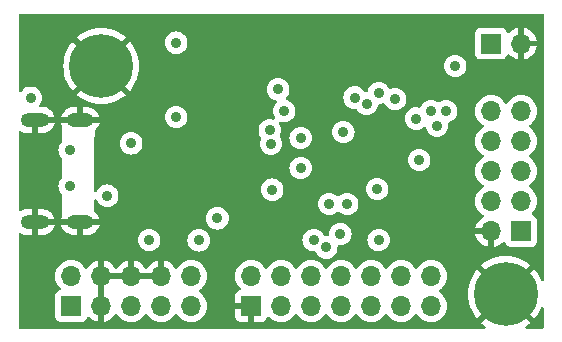
<source format=gbr>
%TF.GenerationSoftware,KiCad,Pcbnew,7.0.6*%
%TF.CreationDate,2023-11-02T18:38:28-04:00*%
%TF.ProjectId,FT2232_Board,46543232-3332-45f4-926f-6172642e6b69,rev?*%
%TF.SameCoordinates,Original*%
%TF.FileFunction,Copper,L2,Inr*%
%TF.FilePolarity,Positive*%
%FSLAX46Y46*%
G04 Gerber Fmt 4.6, Leading zero omitted, Abs format (unit mm)*
G04 Created by KiCad (PCBNEW 7.0.6) date 2023-11-02 18:38:28*
%MOMM*%
%LPD*%
G01*
G04 APERTURE LIST*
%TA.AperFunction,ComponentPad*%
%ADD10O,2.316000X1.158000*%
%TD*%
%TA.AperFunction,ComponentPad*%
%ADD11O,2.400000X1.200000*%
%TD*%
%TA.AperFunction,ComponentPad*%
%ADD12C,0.800000*%
%TD*%
%TA.AperFunction,ComponentPad*%
%ADD13C,5.400000*%
%TD*%
%TA.AperFunction,ComponentPad*%
%ADD14R,1.700000X1.700000*%
%TD*%
%TA.AperFunction,ComponentPad*%
%ADD15O,1.700000X1.700000*%
%TD*%
%TA.AperFunction,ViaPad*%
%ADD16C,0.900000*%
%TD*%
G04 APERTURE END LIST*
D10*
%TO.N,GND*%
%TO.C,J1*%
X112523500Y-83308000D03*
X112523500Y-91948000D03*
D11*
X108698500Y-83308000D03*
X108698500Y-91948000D03*
%TD*%
D12*
%TO.N,GND*%
%TO.C,H2*%
X147107309Y-99475891D03*
D13*
X148539200Y-98044000D03*
D12*
X148539200Y-100069000D03*
X149971091Y-96612109D03*
X146514200Y-98044000D03*
X148539200Y-96019000D03*
X150564200Y-98044000D03*
X149971091Y-99475891D03*
X147107309Y-96612109D03*
%TD*%
%TO.N,GND*%
%TO.C,H1*%
X112868109Y-80171891D03*
D13*
X114300000Y-78740000D03*
D12*
X114300000Y-80765000D03*
X115731891Y-77308109D03*
X112275000Y-78740000D03*
X114300000Y-76715000D03*
X116325000Y-78740000D03*
X115731891Y-80171891D03*
X112868109Y-77308109D03*
%TD*%
D14*
%TO.N,/VCCIO*%
%TO.C,J4*%
X147315000Y-76835000D03*
D15*
%TO.N,GND*%
X149855000Y-76835000D03*
%TD*%
D14*
%TO.N,GND*%
%TO.C,J3*%
X127000000Y-99060000D03*
D15*
%TO.N,/VCCIO*%
X127000000Y-96520000D03*
%TO.N,/GPIOL0*%
X129540000Y-99060000D03*
%TO.N,/GPIOH0*%
X129540000Y-96520000D03*
%TO.N,/GPIOL1*%
X132080000Y-99060000D03*
%TO.N,/GPIOH1*%
X132080000Y-96520000D03*
%TO.N,/GPIOL2*%
X134620000Y-99060000D03*
%TO.N,/GPIOH2*%
X134620000Y-96520000D03*
%TO.N,/GPIOL3*%
X137160000Y-99060000D03*
%TO.N,/GPIOH3*%
X137160000Y-96520000D03*
%TO.N,/GPIOH6*%
X139700000Y-99060000D03*
%TO.N,/GPIOH4*%
X139700000Y-96520000D03*
%TO.N,/GPIOH7*%
X142240000Y-99060000D03*
%TO.N,/GPIOH5*%
X142240000Y-96520000D03*
%TD*%
D14*
%TO.N,/UART_TX_OUT*%
%TO.C,J5*%
X149860000Y-92710000D03*
D15*
%TO.N,GND*%
X147320000Y-92710000D03*
%TO.N,/UART_RX_IN*%
X149860000Y-90170000D03*
%TO.N,/TXDEN_OUT*%
X147320000Y-90170000D03*
%TO.N,/UART_RTS_OUT*%
X149860000Y-87630000D03*
%TO.N,/UART_RI_IN*%
X147320000Y-87630000D03*
%TO.N,/UART_CTS_IN*%
X149860000Y-85090000D03*
%TO.N,/UART_DCD_IN*%
X147320000Y-85090000D03*
%TO.N,/UART_DTR_OUT*%
X149860000Y-82550000D03*
%TO.N,/UART_DSR_IN*%
X147320000Y-82550000D03*
%TD*%
D14*
%TO.N,/TCK*%
%TO.C,J2*%
X111760000Y-99060000D03*
D15*
%TO.N,/VCCIO*%
X111760000Y-96520000D03*
%TO.N,GND*%
X114300000Y-99060000D03*
X114300000Y-96520000D03*
%TO.N,/TDI*%
X116840000Y-99060000D03*
%TO.N,GND*%
X116840000Y-96520000D03*
%TO.N,/TMS*%
X119380000Y-99060000D03*
%TO.N,GND*%
X119380000Y-96520000D03*
%TO.N,/TDO*%
X121920000Y-99060000D03*
%TO.N,unconnected-(J102-Pin_10-Pad10)*%
X121920000Y-96520000D03*
%TD*%
D16*
%TO.N,GND*%
X140360400Y-93573600D03*
X150571200Y-79908400D03*
X132080000Y-76606400D03*
X108254800Y-100126800D03*
X108559600Y-75488800D03*
%TO.N,Net-(U101-OSCO)*%
X128676400Y-85344000D03*
%TO.N,Net-(U101-OSCI)*%
X128574800Y-84175600D03*
%TO.N,GND*%
X140817600Y-80721200D03*
X117957600Y-81991200D03*
X117602000Y-88442800D03*
X124256800Y-88696800D03*
X120548400Y-93370400D03*
%TO.N,/TX_LED*%
X135763000Y-81407000D03*
%TO.N,/RX_LED*%
X136779000Y-81915000D03*
X122555000Y-93495500D03*
%TO.N,/TX_LED*%
X118364000Y-93472000D03*
%TO.N,/3.3V*%
X124142500Y-91630500D03*
%TO.N,GND*%
X128905000Y-91567000D03*
%TO.N,/GPIOL0*%
X133604000Y-90424000D03*
%TO.N,/GPIOL2*%
X135128000Y-90424000D03*
%TO.N,/GPIOL1*%
X133350000Y-94100500D03*
%TO.N,/GPIOL3*%
X134546500Y-92964000D03*
%TO.N,/TXDEN_OUT*%
X140970000Y-83185000D03*
%TO.N,/UART_RI_IN*%
X142240000Y-82550000D03*
%TO.N,/UART_DCD_IN*%
X142735500Y-83820000D03*
%TO.N,/UART_DSR_IN*%
X143510000Y-82550000D03*
%TO.N,Net-(U101-VPHY)*%
X131191000Y-87376000D03*
X131191000Y-84836000D03*
%TO.N,/3.3V*%
X120650000Y-83058000D03*
X120650000Y-76758800D03*
%TO.N,GND*%
X123190000Y-81991200D03*
%TO.N,/3.3V*%
X108331000Y-81432400D03*
%TO.N,Net-(J101-CC2)*%
X111633000Y-88900000D03*
%TO.N,Net-(J101-CC1)*%
X111633000Y-85852000D03*
%TO.N,GND*%
X108305600Y-87477600D03*
%TO.N,/USB_5V*%
X116840000Y-85278000D03*
X114808000Y-89712800D03*
%TO.N,GND*%
X134620000Y-79781400D03*
%TO.N,/VCCIO*%
X132296000Y-93472000D03*
%TO.N,/1.8V*%
X128778000Y-89200000D03*
X137668000Y-89154000D03*
%TO.N,GND*%
X134620000Y-87376000D03*
X132842000Y-89154000D03*
X136144000Y-89154000D03*
X136144000Y-85852000D03*
X127203200Y-78232000D03*
%TO.N,/1.8V*%
X129794000Y-82550000D03*
%TO.N,/3.3V*%
X129286000Y-80721200D03*
X137796000Y-81026000D03*
%TO.N,/1.8V*%
X139192000Y-81534000D03*
%TO.N,/VCCIO*%
X137796000Y-93472000D03*
X134796000Y-84328000D03*
X141224000Y-86700000D03*
X144272000Y-78740000D03*
%TD*%
%TA.AperFunction,Conductor*%
%TO.N,GND*%
G36*
X114550000Y-98624498D02*
G01*
X114442315Y-98575320D01*
X114335763Y-98560000D01*
X114264237Y-98560000D01*
X114157685Y-98575320D01*
X114050000Y-98624498D01*
X114050000Y-96955501D01*
X114157685Y-97004680D01*
X114264237Y-97020000D01*
X114335763Y-97020000D01*
X114442315Y-97004680D01*
X114550000Y-96955501D01*
X114550000Y-98624498D01*
G37*
%TD.AperFunction*%
%TA.AperFunction,Conductor*%
G36*
X116380507Y-96310156D02*
G01*
X116340000Y-96448111D01*
X116340000Y-96591889D01*
X116380507Y-96729844D01*
X116406314Y-96770000D01*
X114733686Y-96770000D01*
X114759493Y-96729844D01*
X114800000Y-96591889D01*
X114800000Y-96448111D01*
X114759493Y-96310156D01*
X114733686Y-96270000D01*
X116406314Y-96270000D01*
X116380507Y-96310156D01*
G37*
%TD.AperFunction*%
%TA.AperFunction,Conductor*%
G36*
X118920507Y-96310156D02*
G01*
X118880000Y-96448111D01*
X118880000Y-96591889D01*
X118920507Y-96729844D01*
X118946314Y-96770000D01*
X117273686Y-96770000D01*
X117299493Y-96729844D01*
X117340000Y-96591889D01*
X117340000Y-96448111D01*
X117299493Y-96310156D01*
X117273686Y-96270000D01*
X118946314Y-96270000D01*
X118920507Y-96310156D01*
G37*
%TD.AperFunction*%
%TA.AperFunction,Conductor*%
G36*
X115891255Y-79977702D02*
G01*
X115829436Y-79936396D01*
X115756515Y-79921891D01*
X115707267Y-79921891D01*
X115634346Y-79936396D01*
X115551651Y-79991651D01*
X115496396Y-80074346D01*
X115476993Y-80171891D01*
X115496396Y-80269436D01*
X115537702Y-80331255D01*
X115061373Y-79854925D01*
X115171078Y-79778110D01*
X115338110Y-79611078D01*
X115414926Y-79501373D01*
X115891255Y-79977702D01*
G37*
%TD.AperFunction*%
%TA.AperFunction,Conductor*%
G36*
X113261890Y-79611078D02*
G01*
X113428922Y-79778110D01*
X113538626Y-79854925D01*
X113062298Y-80331253D01*
X113103604Y-80269436D01*
X113123007Y-80171891D01*
X113103604Y-80074346D01*
X113048349Y-79991651D01*
X112965654Y-79936396D01*
X112892733Y-79921891D01*
X112843485Y-79921891D01*
X112770564Y-79936396D01*
X112708738Y-79977706D01*
X113185073Y-79501372D01*
X113261890Y-79611078D01*
G37*
%TD.AperFunction*%
%TA.AperFunction,Conductor*%
G36*
X113538626Y-77625074D02*
G01*
X113428922Y-77701890D01*
X113261890Y-77868922D01*
X113185073Y-77978627D01*
X112708739Y-77502294D01*
X112770564Y-77543604D01*
X112843485Y-77558109D01*
X112892733Y-77558109D01*
X112965654Y-77543604D01*
X113048349Y-77488349D01*
X113103604Y-77405654D01*
X113123007Y-77308109D01*
X113103604Y-77210564D01*
X113062298Y-77148745D01*
X113538626Y-77625074D01*
G37*
%TD.AperFunction*%
%TA.AperFunction,Conductor*%
G36*
X115496396Y-77210564D02*
G01*
X115476993Y-77308109D01*
X115496396Y-77405654D01*
X115551651Y-77488349D01*
X115634346Y-77543604D01*
X115707267Y-77558109D01*
X115756515Y-77558109D01*
X115829436Y-77543604D01*
X115891252Y-77502299D01*
X115414925Y-77978626D01*
X115338110Y-77868922D01*
X115171078Y-77701890D01*
X115061371Y-77625072D01*
X115537707Y-77148736D01*
X115496396Y-77210564D01*
G37*
%TD.AperFunction*%
%TA.AperFunction,Conductor*%
G36*
X151708039Y-74314685D02*
G01*
X151753794Y-74367489D01*
X151765000Y-74419000D01*
X151765000Y-96846377D01*
X151745315Y-96913416D01*
X151692511Y-96959171D01*
X151623353Y-96969115D01*
X151559797Y-96940090D01*
X151526439Y-96893830D01*
X151426843Y-96653385D01*
X151252984Y-96338810D01*
X151252981Y-96338805D01*
X151045006Y-96045693D01*
X150972355Y-95964397D01*
X150165281Y-96771470D01*
X150206586Y-96709654D01*
X150225989Y-96612109D01*
X150206586Y-96514564D01*
X150151331Y-96431869D01*
X150068636Y-96376614D01*
X149995715Y-96362109D01*
X149946467Y-96362109D01*
X149873546Y-96376614D01*
X149811722Y-96417922D01*
X150618802Y-95610843D01*
X150537506Y-95538193D01*
X150244394Y-95330218D01*
X150244389Y-95330215D01*
X149929813Y-95156355D01*
X149929809Y-95156353D01*
X149597752Y-95018812D01*
X149252394Y-94919316D01*
X149252385Y-94919314D01*
X148898058Y-94859112D01*
X148898046Y-94859110D01*
X148539199Y-94838958D01*
X148180353Y-94859110D01*
X148180341Y-94859112D01*
X147826014Y-94919314D01*
X147826005Y-94919316D01*
X147480647Y-95018812D01*
X147148590Y-95156353D01*
X147148586Y-95156355D01*
X146834010Y-95330215D01*
X146834005Y-95330218D01*
X146540893Y-95538194D01*
X146540885Y-95538199D01*
X146459597Y-95610842D01*
X147266678Y-96417923D01*
X147204854Y-96376614D01*
X147131933Y-96362109D01*
X147082685Y-96362109D01*
X147009764Y-96376614D01*
X146927069Y-96431869D01*
X146871814Y-96514564D01*
X146852411Y-96612109D01*
X146871814Y-96709654D01*
X146913121Y-96771475D01*
X146106043Y-95964397D01*
X146106042Y-95964397D01*
X146033399Y-96045685D01*
X146033394Y-96045693D01*
X145825418Y-96338805D01*
X145825415Y-96338810D01*
X145651555Y-96653386D01*
X145651553Y-96653390D01*
X145514012Y-96985447D01*
X145414516Y-97330805D01*
X145414514Y-97330814D01*
X145354312Y-97685141D01*
X145354310Y-97685153D01*
X145334158Y-98043999D01*
X145354310Y-98402846D01*
X145354312Y-98402858D01*
X145414514Y-98757185D01*
X145414516Y-98757194D01*
X145514012Y-99102552D01*
X145651553Y-99434609D01*
X145651555Y-99434613D01*
X145825415Y-99749189D01*
X145825418Y-99749194D01*
X146033393Y-100042306D01*
X146106043Y-100123601D01*
X146913124Y-99316519D01*
X146871814Y-99378346D01*
X146852411Y-99475891D01*
X146871814Y-99573436D01*
X146927069Y-99656131D01*
X147009764Y-99711386D01*
X147082685Y-99725891D01*
X147131933Y-99725891D01*
X147204854Y-99711386D01*
X147266671Y-99670080D01*
X146459597Y-100477155D01*
X146540893Y-100549806D01*
X146808763Y-100739871D01*
X146852047Y-100794718D01*
X146858807Y-100864260D01*
X146826896Y-100926417D01*
X146766447Y-100961455D01*
X146737008Y-100965000D01*
X107439000Y-100965000D01*
X107371961Y-100945315D01*
X107326206Y-100892511D01*
X107315000Y-100841000D01*
X107315000Y-96913416D01*
X107315000Y-96520000D01*
X110404341Y-96520000D01*
X110424936Y-96755403D01*
X110424938Y-96755413D01*
X110486094Y-96983655D01*
X110486096Y-96983659D01*
X110486097Y-96983663D01*
X110565801Y-97154588D01*
X110585965Y-97197830D01*
X110585967Y-97197834D01*
X110679075Y-97330805D01*
X110721504Y-97391400D01*
X110721506Y-97391402D01*
X110843430Y-97513326D01*
X110876915Y-97574649D01*
X110871931Y-97644341D01*
X110830059Y-97700274D01*
X110799083Y-97717189D01*
X110667669Y-97766203D01*
X110667664Y-97766206D01*
X110552455Y-97852452D01*
X110552452Y-97852455D01*
X110466206Y-97967664D01*
X110466202Y-97967671D01*
X110415908Y-98102517D01*
X110409501Y-98162116D01*
X110409500Y-98162135D01*
X110409500Y-99957870D01*
X110409501Y-99957876D01*
X110415908Y-100017483D01*
X110466202Y-100152328D01*
X110466206Y-100152335D01*
X110552452Y-100267544D01*
X110552455Y-100267547D01*
X110667664Y-100353793D01*
X110667671Y-100353797D01*
X110802517Y-100404091D01*
X110802516Y-100404091D01*
X110809444Y-100404835D01*
X110862127Y-100410500D01*
X112657872Y-100410499D01*
X112717483Y-100404091D01*
X112852331Y-100353796D01*
X112967546Y-100267546D01*
X113053796Y-100152331D01*
X113053888Y-100152086D01*
X113073874Y-100098498D01*
X113103002Y-100020401D01*
X113144872Y-99964468D01*
X113210337Y-99940050D01*
X113278610Y-99954901D01*
X113306865Y-99976053D01*
X113428917Y-100098105D01*
X113622421Y-100233600D01*
X113836507Y-100333429D01*
X113836516Y-100333433D01*
X114050000Y-100390634D01*
X114050000Y-99495501D01*
X114157685Y-99544680D01*
X114264237Y-99560000D01*
X114335763Y-99560000D01*
X114442315Y-99544680D01*
X114550000Y-99495501D01*
X114550000Y-100390633D01*
X114763483Y-100333433D01*
X114763492Y-100333429D01*
X114977578Y-100233600D01*
X115171082Y-100098105D01*
X115338105Y-99931082D01*
X115468119Y-99745405D01*
X115522696Y-99701781D01*
X115592195Y-99694588D01*
X115654549Y-99726110D01*
X115671269Y-99745405D01*
X115801505Y-99931401D01*
X115968599Y-100098495D01*
X116065384Y-100166264D01*
X116162165Y-100234032D01*
X116162167Y-100234033D01*
X116162170Y-100234035D01*
X116376337Y-100333903D01*
X116604592Y-100395063D01*
X116781034Y-100410500D01*
X116839999Y-100415659D01*
X116840000Y-100415659D01*
X116840001Y-100415659D01*
X116898966Y-100410500D01*
X117075408Y-100395063D01*
X117303663Y-100333903D01*
X117517830Y-100234035D01*
X117711401Y-100098495D01*
X117878495Y-99931401D01*
X118008426Y-99745840D01*
X118063001Y-99702217D01*
X118132499Y-99695023D01*
X118194854Y-99726546D01*
X118211574Y-99745841D01*
X118213922Y-99749194D01*
X118341505Y-99931401D01*
X118508599Y-100098495D01*
X118605384Y-100166264D01*
X118702165Y-100234032D01*
X118702167Y-100234033D01*
X118702170Y-100234035D01*
X118916337Y-100333903D01*
X119144592Y-100395063D01*
X119321034Y-100410500D01*
X119379999Y-100415659D01*
X119380000Y-100415659D01*
X119380001Y-100415659D01*
X119438966Y-100410500D01*
X119615408Y-100395063D01*
X119843663Y-100333903D01*
X120057830Y-100234035D01*
X120251401Y-100098495D01*
X120418495Y-99931401D01*
X120548426Y-99745841D01*
X120603002Y-99702217D01*
X120672500Y-99695023D01*
X120734855Y-99726546D01*
X120751575Y-99745842D01*
X120881500Y-99931395D01*
X120881505Y-99931401D01*
X121048599Y-100098495D01*
X121145384Y-100166264D01*
X121242165Y-100234032D01*
X121242167Y-100234033D01*
X121242170Y-100234035D01*
X121456337Y-100333903D01*
X121684592Y-100395063D01*
X121861034Y-100410500D01*
X121919999Y-100415659D01*
X121920000Y-100415659D01*
X121920001Y-100415659D01*
X121978966Y-100410500D01*
X122155408Y-100395063D01*
X122383663Y-100333903D01*
X122597830Y-100234035D01*
X122791401Y-100098495D01*
X122958495Y-99931401D01*
X123094035Y-99737830D01*
X123193903Y-99523663D01*
X123255063Y-99295408D01*
X123275659Y-99060000D01*
X123255063Y-98824592D01*
X123193903Y-98596337D01*
X123094035Y-98382171D01*
X123088731Y-98374595D01*
X122958494Y-98188597D01*
X122791402Y-98021506D01*
X122791396Y-98021501D01*
X122605842Y-97891575D01*
X122562217Y-97836998D01*
X122555023Y-97767500D01*
X122586546Y-97705145D01*
X122605842Y-97688425D01*
X122718054Y-97609853D01*
X122791401Y-97558495D01*
X122958495Y-97391401D01*
X123094035Y-97197830D01*
X123193903Y-96983663D01*
X123255063Y-96755408D01*
X123275659Y-96520000D01*
X125644341Y-96520000D01*
X125664936Y-96755403D01*
X125664938Y-96755413D01*
X125726094Y-96983655D01*
X125726096Y-96983659D01*
X125726097Y-96983663D01*
X125805801Y-97154588D01*
X125825965Y-97197830D01*
X125825967Y-97197834D01*
X125919075Y-97330805D01*
X125961504Y-97391400D01*
X125961506Y-97391402D01*
X126083818Y-97513714D01*
X126117303Y-97575037D01*
X126112319Y-97644729D01*
X126070447Y-97700662D01*
X126039471Y-97717577D01*
X125907912Y-97766646D01*
X125907906Y-97766649D01*
X125792812Y-97852809D01*
X125792809Y-97852812D01*
X125706649Y-97967906D01*
X125706645Y-97967913D01*
X125656403Y-98102620D01*
X125656401Y-98102627D01*
X125650000Y-98162155D01*
X125650000Y-98810000D01*
X126566314Y-98810000D01*
X126540507Y-98850156D01*
X126500000Y-98988111D01*
X126500000Y-99131889D01*
X126540507Y-99269844D01*
X126566314Y-99310000D01*
X125650000Y-99310000D01*
X125650000Y-99957844D01*
X125656401Y-100017372D01*
X125656403Y-100017379D01*
X125706645Y-100152086D01*
X125706649Y-100152093D01*
X125792809Y-100267187D01*
X125792812Y-100267190D01*
X125907906Y-100353350D01*
X125907913Y-100353354D01*
X126042620Y-100403596D01*
X126042627Y-100403598D01*
X126102155Y-100409999D01*
X126102172Y-100410000D01*
X126750000Y-100410000D01*
X126750000Y-99495501D01*
X126857685Y-99544680D01*
X126964237Y-99560000D01*
X127035763Y-99560000D01*
X127142315Y-99544680D01*
X127250000Y-99495501D01*
X127250000Y-100410000D01*
X127897828Y-100410000D01*
X127897844Y-100409999D01*
X127957372Y-100403598D01*
X127957379Y-100403596D01*
X128092086Y-100353354D01*
X128092093Y-100353350D01*
X128207187Y-100267190D01*
X128207190Y-100267187D01*
X128293350Y-100152093D01*
X128293354Y-100152086D01*
X128342422Y-100020529D01*
X128384293Y-99964595D01*
X128449757Y-99940178D01*
X128518030Y-99955030D01*
X128546285Y-99976181D01*
X128668599Y-100098495D01*
X128765384Y-100166264D01*
X128862165Y-100234032D01*
X128862167Y-100234033D01*
X128862170Y-100234035D01*
X129076337Y-100333903D01*
X129304592Y-100395063D01*
X129481034Y-100410500D01*
X129539999Y-100415659D01*
X129540000Y-100415659D01*
X129540001Y-100415659D01*
X129598966Y-100410500D01*
X129775408Y-100395063D01*
X130003663Y-100333903D01*
X130217830Y-100234035D01*
X130411401Y-100098495D01*
X130578495Y-99931401D01*
X130708426Y-99745841D01*
X130763002Y-99702217D01*
X130832500Y-99695023D01*
X130894855Y-99726546D01*
X130911575Y-99745842D01*
X131041500Y-99931395D01*
X131041505Y-99931401D01*
X131208599Y-100098495D01*
X131305384Y-100166264D01*
X131402165Y-100234032D01*
X131402167Y-100234033D01*
X131402170Y-100234035D01*
X131616337Y-100333903D01*
X131844592Y-100395063D01*
X132021034Y-100410500D01*
X132079999Y-100415659D01*
X132080000Y-100415659D01*
X132080001Y-100415659D01*
X132138966Y-100410500D01*
X132315408Y-100395063D01*
X132543663Y-100333903D01*
X132757830Y-100234035D01*
X132951401Y-100098495D01*
X133118495Y-99931401D01*
X133248426Y-99745840D01*
X133303001Y-99702217D01*
X133372499Y-99695023D01*
X133434854Y-99726546D01*
X133451574Y-99745841D01*
X133453922Y-99749194D01*
X133581505Y-99931401D01*
X133748599Y-100098495D01*
X133845384Y-100166264D01*
X133942165Y-100234032D01*
X133942167Y-100234033D01*
X133942170Y-100234035D01*
X134156337Y-100333903D01*
X134384592Y-100395063D01*
X134561034Y-100410500D01*
X134619999Y-100415659D01*
X134620000Y-100415659D01*
X134620001Y-100415659D01*
X134678966Y-100410500D01*
X134855408Y-100395063D01*
X135083663Y-100333903D01*
X135297830Y-100234035D01*
X135491401Y-100098495D01*
X135658495Y-99931401D01*
X135788426Y-99745841D01*
X135843002Y-99702217D01*
X135912500Y-99695023D01*
X135974855Y-99726546D01*
X135991575Y-99745842D01*
X136121500Y-99931395D01*
X136121505Y-99931401D01*
X136288599Y-100098495D01*
X136385384Y-100166265D01*
X136482165Y-100234032D01*
X136482167Y-100234033D01*
X136482170Y-100234035D01*
X136696337Y-100333903D01*
X136924592Y-100395063D01*
X137101034Y-100410500D01*
X137159999Y-100415659D01*
X137160000Y-100415659D01*
X137160001Y-100415659D01*
X137218966Y-100410500D01*
X137395408Y-100395063D01*
X137623663Y-100333903D01*
X137837830Y-100234035D01*
X138031401Y-100098495D01*
X138198495Y-99931401D01*
X138328426Y-99745841D01*
X138383002Y-99702217D01*
X138452500Y-99695023D01*
X138514855Y-99726546D01*
X138531575Y-99745842D01*
X138661500Y-99931395D01*
X138661505Y-99931401D01*
X138828599Y-100098495D01*
X138925384Y-100166265D01*
X139022165Y-100234032D01*
X139022167Y-100234033D01*
X139022170Y-100234035D01*
X139236337Y-100333903D01*
X139464592Y-100395063D01*
X139641034Y-100410500D01*
X139699999Y-100415659D01*
X139700000Y-100415659D01*
X139700001Y-100415659D01*
X139758966Y-100410500D01*
X139935408Y-100395063D01*
X140163663Y-100333903D01*
X140377830Y-100234035D01*
X140571401Y-100098495D01*
X140738495Y-99931401D01*
X140868426Y-99745841D01*
X140923002Y-99702217D01*
X140992500Y-99695023D01*
X141054855Y-99726546D01*
X141071575Y-99745842D01*
X141201500Y-99931395D01*
X141201505Y-99931401D01*
X141368599Y-100098495D01*
X141465384Y-100166265D01*
X141562165Y-100234032D01*
X141562167Y-100234033D01*
X141562170Y-100234035D01*
X141776337Y-100333903D01*
X142004592Y-100395063D01*
X142181034Y-100410500D01*
X142239999Y-100415659D01*
X142240000Y-100415659D01*
X142240001Y-100415659D01*
X142298966Y-100410500D01*
X142475408Y-100395063D01*
X142703663Y-100333903D01*
X142917830Y-100234035D01*
X143111401Y-100098495D01*
X143278495Y-99931401D01*
X143414035Y-99737830D01*
X143513903Y-99523663D01*
X143575063Y-99295408D01*
X143595659Y-99060000D01*
X143575063Y-98824592D01*
X143513903Y-98596337D01*
X143414035Y-98382171D01*
X143408731Y-98374595D01*
X143278494Y-98188597D01*
X143111402Y-98021506D01*
X143111396Y-98021501D01*
X142925842Y-97891575D01*
X142882217Y-97836998D01*
X142875023Y-97767500D01*
X142906546Y-97705145D01*
X142925842Y-97688425D01*
X143038054Y-97609853D01*
X143111401Y-97558495D01*
X143278495Y-97391401D01*
X143414035Y-97197830D01*
X143513903Y-96983663D01*
X143575063Y-96755408D01*
X143595659Y-96520000D01*
X143575063Y-96284592D01*
X143513903Y-96056337D01*
X143414035Y-95842171D01*
X143408731Y-95834595D01*
X143278494Y-95648597D01*
X143111402Y-95481506D01*
X143111395Y-95481501D01*
X142917834Y-95345967D01*
X142917830Y-95345965D01*
X142917829Y-95345964D01*
X142703663Y-95246097D01*
X142703659Y-95246096D01*
X142703655Y-95246094D01*
X142475413Y-95184938D01*
X142475403Y-95184936D01*
X142240001Y-95164341D01*
X142239999Y-95164341D01*
X142004596Y-95184936D01*
X142004586Y-95184938D01*
X141776344Y-95246094D01*
X141776335Y-95246098D01*
X141562171Y-95345964D01*
X141562169Y-95345965D01*
X141368597Y-95481505D01*
X141201505Y-95648597D01*
X141071575Y-95834158D01*
X141016998Y-95877783D01*
X140947500Y-95884977D01*
X140885145Y-95853454D01*
X140868425Y-95834158D01*
X140738494Y-95648597D01*
X140571402Y-95481506D01*
X140571395Y-95481501D01*
X140377834Y-95345967D01*
X140377830Y-95345965D01*
X140377830Y-95345964D01*
X140163663Y-95246097D01*
X140163659Y-95246096D01*
X140163655Y-95246094D01*
X139935413Y-95184938D01*
X139935403Y-95184936D01*
X139700001Y-95164341D01*
X139699999Y-95164341D01*
X139464596Y-95184936D01*
X139464586Y-95184938D01*
X139236344Y-95246094D01*
X139236335Y-95246098D01*
X139022171Y-95345964D01*
X139022169Y-95345965D01*
X138828597Y-95481505D01*
X138661505Y-95648597D01*
X138531575Y-95834158D01*
X138476998Y-95877783D01*
X138407500Y-95884977D01*
X138345145Y-95853454D01*
X138328425Y-95834158D01*
X138198494Y-95648597D01*
X138031402Y-95481506D01*
X138031395Y-95481501D01*
X137837834Y-95345967D01*
X137837830Y-95345965D01*
X137837830Y-95345964D01*
X137623663Y-95246097D01*
X137623659Y-95246096D01*
X137623655Y-95246094D01*
X137395413Y-95184938D01*
X137395403Y-95184936D01*
X137160001Y-95164341D01*
X137159999Y-95164341D01*
X136924596Y-95184936D01*
X136924586Y-95184938D01*
X136696344Y-95246094D01*
X136696335Y-95246098D01*
X136482171Y-95345964D01*
X136482169Y-95345965D01*
X136288597Y-95481505D01*
X136121505Y-95648597D01*
X135991575Y-95834158D01*
X135936998Y-95877783D01*
X135867500Y-95884977D01*
X135805145Y-95853454D01*
X135788425Y-95834158D01*
X135658494Y-95648597D01*
X135491402Y-95481506D01*
X135491395Y-95481501D01*
X135297834Y-95345967D01*
X135297830Y-95345965D01*
X135297829Y-95345964D01*
X135083663Y-95246097D01*
X135083659Y-95246096D01*
X135083655Y-95246094D01*
X134855413Y-95184938D01*
X134855403Y-95184936D01*
X134620001Y-95164341D01*
X134619999Y-95164341D01*
X134384596Y-95184936D01*
X134384586Y-95184938D01*
X134156344Y-95246094D01*
X134156335Y-95246098D01*
X133942171Y-95345964D01*
X133942169Y-95345965D01*
X133748597Y-95481505D01*
X133581505Y-95648597D01*
X133451575Y-95834158D01*
X133396998Y-95877783D01*
X133327500Y-95884977D01*
X133265145Y-95853454D01*
X133248425Y-95834158D01*
X133118494Y-95648597D01*
X132951402Y-95481506D01*
X132951395Y-95481501D01*
X132757834Y-95345967D01*
X132757830Y-95345965D01*
X132757830Y-95345964D01*
X132543663Y-95246097D01*
X132543659Y-95246096D01*
X132543655Y-95246094D01*
X132315413Y-95184938D01*
X132315403Y-95184936D01*
X132080001Y-95164341D01*
X132079999Y-95164341D01*
X131844596Y-95184936D01*
X131844586Y-95184938D01*
X131616344Y-95246094D01*
X131616335Y-95246098D01*
X131402171Y-95345964D01*
X131402169Y-95345965D01*
X131208597Y-95481505D01*
X131041505Y-95648597D01*
X130911575Y-95834158D01*
X130856998Y-95877783D01*
X130787500Y-95884977D01*
X130725145Y-95853454D01*
X130708425Y-95834158D01*
X130578494Y-95648597D01*
X130411402Y-95481506D01*
X130411395Y-95481501D01*
X130217834Y-95345967D01*
X130217830Y-95345965D01*
X130217829Y-95345964D01*
X130003663Y-95246097D01*
X130003659Y-95246096D01*
X130003655Y-95246094D01*
X129775413Y-95184938D01*
X129775403Y-95184936D01*
X129540001Y-95164341D01*
X129539999Y-95164341D01*
X129304596Y-95184936D01*
X129304586Y-95184938D01*
X129076344Y-95246094D01*
X129076335Y-95246098D01*
X128862171Y-95345964D01*
X128862169Y-95345965D01*
X128668597Y-95481505D01*
X128501505Y-95648597D01*
X128371575Y-95834158D01*
X128316998Y-95877783D01*
X128247500Y-95884977D01*
X128185145Y-95853454D01*
X128168425Y-95834158D01*
X128038494Y-95648597D01*
X127871402Y-95481506D01*
X127871395Y-95481501D01*
X127677834Y-95345967D01*
X127677830Y-95345965D01*
X127677829Y-95345964D01*
X127463663Y-95246097D01*
X127463659Y-95246096D01*
X127463655Y-95246094D01*
X127235413Y-95184938D01*
X127235403Y-95184936D01*
X127000001Y-95164341D01*
X126999999Y-95164341D01*
X126764596Y-95184936D01*
X126764586Y-95184938D01*
X126536344Y-95246094D01*
X126536335Y-95246098D01*
X126322171Y-95345964D01*
X126322169Y-95345965D01*
X126128597Y-95481505D01*
X125961505Y-95648597D01*
X125825965Y-95842169D01*
X125825964Y-95842171D01*
X125726098Y-96056335D01*
X125726094Y-96056344D01*
X125664938Y-96284586D01*
X125664936Y-96284596D01*
X125644341Y-96519999D01*
X125644341Y-96520000D01*
X123275659Y-96520000D01*
X123255063Y-96284592D01*
X123193903Y-96056337D01*
X123094035Y-95842171D01*
X123088731Y-95834595D01*
X122958494Y-95648597D01*
X122791402Y-95481506D01*
X122791395Y-95481501D01*
X122597834Y-95345967D01*
X122597830Y-95345965D01*
X122597829Y-95345964D01*
X122383663Y-95246097D01*
X122383659Y-95246096D01*
X122383655Y-95246094D01*
X122155413Y-95184938D01*
X122155403Y-95184936D01*
X121920001Y-95164341D01*
X121919999Y-95164341D01*
X121684596Y-95184936D01*
X121684586Y-95184938D01*
X121456344Y-95246094D01*
X121456335Y-95246098D01*
X121242171Y-95345964D01*
X121242169Y-95345965D01*
X121048597Y-95481505D01*
X120881508Y-95648594D01*
X120751269Y-95834595D01*
X120696692Y-95878219D01*
X120627193Y-95885412D01*
X120564839Y-95853890D01*
X120548119Y-95834594D01*
X120418113Y-95648926D01*
X120418108Y-95648920D01*
X120251082Y-95481894D01*
X120057578Y-95346399D01*
X119843492Y-95246570D01*
X119843486Y-95246567D01*
X119630000Y-95189364D01*
X119630000Y-96084498D01*
X119522315Y-96035320D01*
X119415763Y-96020000D01*
X119344237Y-96020000D01*
X119237685Y-96035320D01*
X119130000Y-96084498D01*
X119130000Y-95189364D01*
X119129999Y-95189364D01*
X118916513Y-95246567D01*
X118916507Y-95246570D01*
X118702422Y-95346399D01*
X118702420Y-95346400D01*
X118508926Y-95481886D01*
X118508920Y-95481891D01*
X118341891Y-95648920D01*
X118341890Y-95648922D01*
X118211575Y-95835031D01*
X118156998Y-95878655D01*
X118087499Y-95885848D01*
X118025145Y-95854326D01*
X118008425Y-95835031D01*
X117878109Y-95648922D01*
X117878108Y-95648920D01*
X117711082Y-95481894D01*
X117517578Y-95346399D01*
X117303492Y-95246570D01*
X117303486Y-95246567D01*
X117090000Y-95189364D01*
X117090000Y-96084498D01*
X116982315Y-96035320D01*
X116875763Y-96020000D01*
X116804237Y-96020000D01*
X116697685Y-96035320D01*
X116590000Y-96084498D01*
X116590000Y-95189364D01*
X116589999Y-95189364D01*
X116376513Y-95246567D01*
X116376507Y-95246570D01*
X116162422Y-95346399D01*
X116162420Y-95346400D01*
X115968926Y-95481886D01*
X115968920Y-95481891D01*
X115801891Y-95648920D01*
X115801890Y-95648922D01*
X115671575Y-95835031D01*
X115616998Y-95878655D01*
X115547499Y-95885848D01*
X115485145Y-95854326D01*
X115468425Y-95835031D01*
X115338109Y-95648922D01*
X115338108Y-95648920D01*
X115171082Y-95481894D01*
X114977578Y-95346399D01*
X114763492Y-95246570D01*
X114763486Y-95246567D01*
X114550000Y-95189364D01*
X114550000Y-96084498D01*
X114442315Y-96035320D01*
X114335763Y-96020000D01*
X114264237Y-96020000D01*
X114157685Y-96035320D01*
X114050000Y-96084498D01*
X114050000Y-95189364D01*
X114049999Y-95189364D01*
X113836513Y-95246567D01*
X113836507Y-95246570D01*
X113622422Y-95346399D01*
X113622420Y-95346400D01*
X113428926Y-95481886D01*
X113428920Y-95481891D01*
X113261891Y-95648920D01*
X113261890Y-95648922D01*
X113131880Y-95834595D01*
X113077303Y-95878219D01*
X113007804Y-95885412D01*
X112945450Y-95853890D01*
X112928730Y-95834594D01*
X112798494Y-95648597D01*
X112631402Y-95481506D01*
X112631395Y-95481501D01*
X112437834Y-95345967D01*
X112437830Y-95345965D01*
X112437830Y-95345964D01*
X112223663Y-95246097D01*
X112223659Y-95246096D01*
X112223655Y-95246094D01*
X111995413Y-95184938D01*
X111995403Y-95184936D01*
X111760001Y-95164341D01*
X111759999Y-95164341D01*
X111524596Y-95184936D01*
X111524586Y-95184938D01*
X111296344Y-95246094D01*
X111296335Y-95246098D01*
X111082171Y-95345964D01*
X111082169Y-95345965D01*
X110888597Y-95481505D01*
X110721505Y-95648597D01*
X110585965Y-95842169D01*
X110585964Y-95842171D01*
X110486098Y-96056335D01*
X110486094Y-96056344D01*
X110424938Y-96284586D01*
X110424936Y-96284596D01*
X110404341Y-96519999D01*
X110404341Y-96520000D01*
X107315000Y-96520000D01*
X107315000Y-93471999D01*
X117408901Y-93471999D01*
X117427252Y-93658331D01*
X117427253Y-93658333D01*
X117481604Y-93837502D01*
X117569862Y-94002623D01*
X117569864Y-94002626D01*
X117688642Y-94147357D01*
X117833373Y-94266135D01*
X117833376Y-94266137D01*
X117998497Y-94354395D01*
X117998499Y-94354396D01*
X118075968Y-94377896D01*
X118177666Y-94408746D01*
X118177668Y-94408747D01*
X118194374Y-94410392D01*
X118364000Y-94427099D01*
X118550331Y-94408747D01*
X118729501Y-94354396D01*
X118894625Y-94266136D01*
X119039357Y-94147357D01*
X119158136Y-94002625D01*
X119246396Y-93837501D01*
X119300747Y-93658331D01*
X119316785Y-93495499D01*
X121599901Y-93495499D01*
X121618252Y-93681831D01*
X121618253Y-93681833D01*
X121672604Y-93861002D01*
X121760862Y-94026123D01*
X121760864Y-94026126D01*
X121879642Y-94170857D01*
X122024373Y-94289635D01*
X122024376Y-94289637D01*
X122145531Y-94354395D01*
X122189499Y-94377896D01*
X122368666Y-94432246D01*
X122368668Y-94432247D01*
X122385374Y-94433892D01*
X122555000Y-94450599D01*
X122741331Y-94432247D01*
X122920501Y-94377896D01*
X123085625Y-94289636D01*
X123230357Y-94170857D01*
X123349136Y-94026125D01*
X123437396Y-93861001D01*
X123491747Y-93681831D01*
X123510099Y-93495500D01*
X123507784Y-93472000D01*
X131340901Y-93472000D01*
X131359252Y-93658331D01*
X131359253Y-93658333D01*
X131413604Y-93837502D01*
X131501862Y-94002623D01*
X131501864Y-94002626D01*
X131620642Y-94147357D01*
X131765373Y-94266135D01*
X131765376Y-94266137D01*
X131930497Y-94354395D01*
X131930499Y-94354396D01*
X132007968Y-94377896D01*
X132109666Y-94408746D01*
X132109668Y-94408747D01*
X132128019Y-94410554D01*
X132296000Y-94427099D01*
X132356812Y-94421109D01*
X132425457Y-94434127D01*
X132476168Y-94482192D01*
X132478324Y-94486059D01*
X132555862Y-94631123D01*
X132555864Y-94631126D01*
X132674642Y-94775857D01*
X132819373Y-94894635D01*
X132819376Y-94894637D01*
X132865548Y-94919316D01*
X132984499Y-94982896D01*
X133163666Y-95037246D01*
X133163668Y-95037247D01*
X133180374Y-95038892D01*
X133350000Y-95055599D01*
X133536331Y-95037247D01*
X133715501Y-94982896D01*
X133880625Y-94894636D01*
X134025357Y-94775857D01*
X134144136Y-94631125D01*
X134232396Y-94466001D01*
X134286747Y-94286831D01*
X134305099Y-94100500D01*
X134299502Y-94043678D01*
X134312520Y-93975035D01*
X134360585Y-93924324D01*
X134428435Y-93907649D01*
X134435058Y-93908122D01*
X134546500Y-93919099D01*
X134732831Y-93900747D01*
X134912001Y-93846396D01*
X135077125Y-93758136D01*
X135221857Y-93639357D01*
X135340636Y-93494625D01*
X135352729Y-93472000D01*
X136840901Y-93472000D01*
X136859252Y-93658331D01*
X136859253Y-93658333D01*
X136913604Y-93837502D01*
X137001862Y-94002623D01*
X137001864Y-94002626D01*
X137120642Y-94147357D01*
X137265373Y-94266135D01*
X137265376Y-94266137D01*
X137430497Y-94354395D01*
X137430499Y-94354396D01*
X137507968Y-94377896D01*
X137609666Y-94408746D01*
X137609668Y-94408747D01*
X137626374Y-94410392D01*
X137796000Y-94427099D01*
X137982331Y-94408747D01*
X138161501Y-94354396D01*
X138326625Y-94266136D01*
X138471357Y-94147357D01*
X138590136Y-94002625D01*
X138678396Y-93837501D01*
X138732747Y-93658331D01*
X138751099Y-93472000D01*
X138732747Y-93285669D01*
X138678396Y-93106499D01*
X138647128Y-93048000D01*
X138590137Y-92941376D01*
X138590135Y-92941373D01*
X138471357Y-92796642D01*
X138326626Y-92677864D01*
X138326623Y-92677862D01*
X138161502Y-92589604D01*
X137982333Y-92535253D01*
X137982331Y-92535252D01*
X137796000Y-92516901D01*
X137609668Y-92535252D01*
X137609666Y-92535253D01*
X137430497Y-92589604D01*
X137265376Y-92677862D01*
X137265373Y-92677864D01*
X137120642Y-92796642D01*
X137001864Y-92941373D01*
X137001862Y-92941376D01*
X136913604Y-93106497D01*
X136859253Y-93285666D01*
X136859252Y-93285668D01*
X136840901Y-93472000D01*
X135352729Y-93472000D01*
X135428896Y-93329501D01*
X135483247Y-93150331D01*
X135501599Y-92964000D01*
X135483247Y-92777669D01*
X135428896Y-92598499D01*
X135412191Y-92567246D01*
X135340637Y-92433376D01*
X135340635Y-92433373D01*
X135221857Y-92288642D01*
X135077126Y-92169864D01*
X135077123Y-92169862D01*
X134912002Y-92081604D01*
X134732833Y-92027253D01*
X134732831Y-92027252D01*
X134546500Y-92008901D01*
X134360168Y-92027252D01*
X134360166Y-92027253D01*
X134180997Y-92081604D01*
X134015876Y-92169862D01*
X134015873Y-92169864D01*
X133871142Y-92288642D01*
X133752364Y-92433373D01*
X133752362Y-92433376D01*
X133664104Y-92598497D01*
X133609753Y-92777666D01*
X133609752Y-92777668D01*
X133591401Y-92964000D01*
X133596997Y-93020819D01*
X133583978Y-93089465D01*
X133535913Y-93140175D01*
X133468062Y-93156850D01*
X133461441Y-93156376D01*
X133350001Y-93145401D01*
X133350000Y-93145401D01*
X133289185Y-93151390D01*
X133220539Y-93138370D01*
X133169829Y-93090305D01*
X133167691Y-93086472D01*
X133090136Y-92941375D01*
X133054013Y-92897359D01*
X132971357Y-92796642D01*
X132826626Y-92677864D01*
X132826623Y-92677862D01*
X132661502Y-92589604D01*
X132482333Y-92535253D01*
X132482331Y-92535252D01*
X132296000Y-92516901D01*
X132109668Y-92535252D01*
X132109666Y-92535253D01*
X131930497Y-92589604D01*
X131765376Y-92677862D01*
X131765373Y-92677864D01*
X131620642Y-92796642D01*
X131501864Y-92941373D01*
X131501862Y-92941376D01*
X131413604Y-93106497D01*
X131359253Y-93285666D01*
X131359252Y-93285668D01*
X131340901Y-93472000D01*
X123507784Y-93472000D01*
X123491747Y-93309169D01*
X123437396Y-93129999D01*
X123393567Y-93048000D01*
X123349137Y-92964876D01*
X123349135Y-92964873D01*
X123230357Y-92820142D01*
X123085626Y-92701364D01*
X123085623Y-92701362D01*
X122920502Y-92613104D01*
X122741333Y-92558753D01*
X122741331Y-92558752D01*
X122555000Y-92540401D01*
X122368668Y-92558752D01*
X122368666Y-92558753D01*
X122189497Y-92613104D01*
X122024376Y-92701362D01*
X122024373Y-92701364D01*
X121879642Y-92820142D01*
X121760864Y-92964873D01*
X121760862Y-92964876D01*
X121672604Y-93129997D01*
X121618253Y-93309166D01*
X121618252Y-93309168D01*
X121599901Y-93495499D01*
X119316785Y-93495499D01*
X119319099Y-93472000D01*
X119300747Y-93285669D01*
X119246396Y-93106499D01*
X119215128Y-93048000D01*
X119158137Y-92941376D01*
X119158135Y-92941373D01*
X119039357Y-92796642D01*
X118894626Y-92677864D01*
X118894623Y-92677862D01*
X118729502Y-92589604D01*
X118550333Y-92535253D01*
X118550331Y-92535252D01*
X118364000Y-92516901D01*
X118177668Y-92535252D01*
X118177666Y-92535253D01*
X117998497Y-92589604D01*
X117833376Y-92677862D01*
X117833373Y-92677864D01*
X117688642Y-92796642D01*
X117569864Y-92941373D01*
X117569862Y-92941376D01*
X117481604Y-93106497D01*
X117427253Y-93285666D01*
X117427252Y-93285668D01*
X117408901Y-93471999D01*
X107315000Y-93471999D01*
X107315000Y-92979133D01*
X107334684Y-92912098D01*
X107387488Y-92866343D01*
X107456646Y-92856399D01*
X107506038Y-92874821D01*
X107592157Y-92930166D01*
X107787185Y-93008244D01*
X107993462Y-93048000D01*
X108448500Y-93048000D01*
X108448500Y-92273000D01*
X108948500Y-92273000D01*
X108948500Y-93048000D01*
X109350898Y-93048000D01*
X109507622Y-93033034D01*
X109507626Y-93033033D01*
X109709186Y-92973850D01*
X109895914Y-92877586D01*
X110061037Y-92747731D01*
X110061040Y-92747728D01*
X110198605Y-92588969D01*
X110198614Y-92588958D01*
X110303644Y-92407039D01*
X110303647Y-92407032D01*
X110372355Y-92208517D01*
X110372355Y-92208515D01*
X110373868Y-92198000D01*
X109562983Y-92198000D01*
X109634301Y-92113007D01*
X109673500Y-92005306D01*
X109673500Y-91890694D01*
X109634301Y-91782993D01*
X109562983Y-91698000D01*
X110369757Y-91698000D01*
X110342729Y-91586590D01*
X110255459Y-91395492D01*
X110133610Y-91224380D01*
X110133604Y-91224374D01*
X109981567Y-91079407D01*
X109804842Y-90965833D01*
X109609814Y-90887755D01*
X109403538Y-90848000D01*
X108948500Y-90848000D01*
X108948500Y-91623000D01*
X108448500Y-91623000D01*
X108448500Y-90848000D01*
X108046102Y-90848000D01*
X107889377Y-90862965D01*
X107889373Y-90862966D01*
X107687813Y-90922149D01*
X107495840Y-91021118D01*
X107494902Y-91019299D01*
X107435184Y-91034855D01*
X107368782Y-91013117D01*
X107324674Y-90958930D01*
X107315000Y-90910914D01*
X107315000Y-88899999D01*
X110677901Y-88899999D01*
X110696252Y-89086331D01*
X110696253Y-89086333D01*
X110750604Y-89265502D01*
X110838862Y-89430623D01*
X110838864Y-89430626D01*
X110957644Y-89575359D01*
X110961681Y-89579396D01*
X110995166Y-89640719D01*
X110998000Y-89667077D01*
X110998000Y-91396160D01*
X110981387Y-91458159D01*
X110958544Y-91497723D01*
X110958544Y-91497724D01*
X110891146Y-91692458D01*
X110890349Y-91698000D01*
X111809017Y-91698000D01*
X111737699Y-91782993D01*
X111698500Y-91890694D01*
X111698500Y-92005306D01*
X111737699Y-92113007D01*
X111809017Y-92198000D01*
X110894852Y-92198000D01*
X110920206Y-92302510D01*
X111005807Y-92489952D01*
X111005809Y-92489956D01*
X111125332Y-92657804D01*
X111125343Y-92657816D01*
X111274473Y-92800010D01*
X111447820Y-92911413D01*
X111639129Y-92988002D01*
X111841467Y-93027000D01*
X112273500Y-93027000D01*
X112273500Y-92273000D01*
X112773500Y-92273000D01*
X112773500Y-93027000D01*
X113153903Y-93027000D01*
X113307620Y-93012321D01*
X113307634Y-93012318D01*
X113505345Y-92954265D01*
X113688505Y-92859840D01*
X113850484Y-92732458D01*
X113985427Y-92576725D01*
X114088455Y-92398275D01*
X114155853Y-92203541D01*
X114156651Y-92198000D01*
X113237983Y-92198000D01*
X113309301Y-92113007D01*
X113348500Y-92005306D01*
X113348500Y-91890694D01*
X113309301Y-91782993D01*
X113237983Y-91698000D01*
X114152148Y-91698000D01*
X114152147Y-91697999D01*
X114135772Y-91630500D01*
X123187401Y-91630500D01*
X123205752Y-91816831D01*
X123205753Y-91816833D01*
X123260104Y-91996002D01*
X123348362Y-92161123D01*
X123348364Y-92161126D01*
X123467142Y-92305857D01*
X123611873Y-92424635D01*
X123611876Y-92424637D01*
X123714865Y-92479685D01*
X123776999Y-92512896D01*
X123956166Y-92567246D01*
X123956168Y-92567247D01*
X123972874Y-92568892D01*
X124142500Y-92585599D01*
X124328831Y-92567247D01*
X124508001Y-92512896D01*
X124673125Y-92424636D01*
X124817857Y-92305857D01*
X124936636Y-92161125D01*
X125024896Y-91996001D01*
X125079247Y-91816831D01*
X125097599Y-91630500D01*
X125079247Y-91444169D01*
X125024896Y-91264999D01*
X125024895Y-91264997D01*
X124936637Y-91099876D01*
X124936635Y-91099873D01*
X124817857Y-90955142D01*
X124673126Y-90836364D01*
X124673123Y-90836362D01*
X124508002Y-90748104D01*
X124328833Y-90693753D01*
X124328831Y-90693752D01*
X124142500Y-90675401D01*
X123956168Y-90693752D01*
X123956166Y-90693753D01*
X123776997Y-90748104D01*
X123611876Y-90836362D01*
X123611873Y-90836364D01*
X123467142Y-90955142D01*
X123348364Y-91099873D01*
X123348362Y-91099876D01*
X123260104Y-91264997D01*
X123205753Y-91444166D01*
X123205752Y-91444168D01*
X123187401Y-91630500D01*
X114135772Y-91630500D01*
X114126793Y-91593489D01*
X114041192Y-91406047D01*
X114041190Y-91406043D01*
X113921667Y-91238195D01*
X113921656Y-91238183D01*
X113772528Y-91095991D01*
X113751274Y-91082332D01*
X113705519Y-91029528D01*
X113694318Y-90977232D01*
X113699589Y-90149691D01*
X113719699Y-90082783D01*
X113772793Y-90037366D01*
X113842013Y-90027863D01*
X113905383Y-90057292D01*
X113932943Y-90092033D01*
X114013862Y-90243423D01*
X114013864Y-90243426D01*
X114132642Y-90388157D01*
X114277373Y-90506935D01*
X114277376Y-90506937D01*
X114442497Y-90595195D01*
X114442499Y-90595196D01*
X114596896Y-90642032D01*
X114621666Y-90649546D01*
X114621668Y-90649547D01*
X114638374Y-90651192D01*
X114808000Y-90667899D01*
X114994331Y-90649547D01*
X115173501Y-90595196D01*
X115338625Y-90506936D01*
X115439682Y-90424000D01*
X132648901Y-90424000D01*
X132667252Y-90610331D01*
X132667253Y-90610333D01*
X132721604Y-90789502D01*
X132809862Y-90954623D01*
X132809864Y-90954626D01*
X132928642Y-91099357D01*
X133073373Y-91218135D01*
X133073376Y-91218137D01*
X133238497Y-91306395D01*
X133238499Y-91306396D01*
X133413562Y-91359501D01*
X133417666Y-91360746D01*
X133417668Y-91360747D01*
X133434374Y-91362392D01*
X133604000Y-91379099D01*
X133790331Y-91360747D01*
X133969501Y-91306396D01*
X134134625Y-91218136D01*
X134278725Y-91099876D01*
X134284066Y-91095493D01*
X134285067Y-91096713D01*
X134339623Y-91066914D01*
X134409316Y-91071888D01*
X134447282Y-91096286D01*
X134447934Y-91095493D01*
X134597373Y-91218135D01*
X134597376Y-91218137D01*
X134762497Y-91306395D01*
X134762499Y-91306396D01*
X134937562Y-91359501D01*
X134941666Y-91360746D01*
X134941668Y-91360747D01*
X134958374Y-91362392D01*
X135128000Y-91379099D01*
X135314331Y-91360747D01*
X135493501Y-91306396D01*
X135658625Y-91218136D01*
X135803357Y-91099357D01*
X135922136Y-90954625D01*
X136010396Y-90789501D01*
X136064747Y-90610331D01*
X136083099Y-90424000D01*
X136064747Y-90237669D01*
X136044220Y-90170000D01*
X145964341Y-90170000D01*
X145984936Y-90405403D01*
X145984938Y-90405413D01*
X146046094Y-90633655D01*
X146046096Y-90633659D01*
X146046097Y-90633663D01*
X146062062Y-90667899D01*
X146145965Y-90847830D01*
X146145967Y-90847834D01*
X146236570Y-90977227D01*
X146281501Y-91041396D01*
X146281506Y-91041402D01*
X146448597Y-91208493D01*
X146448603Y-91208498D01*
X146471285Y-91224380D01*
X146615439Y-91325318D01*
X146634594Y-91338730D01*
X146678219Y-91393307D01*
X146685413Y-91462805D01*
X146653890Y-91525160D01*
X146634595Y-91541880D01*
X146448922Y-91671890D01*
X146448920Y-91671891D01*
X146281891Y-91838920D01*
X146281886Y-91838926D01*
X146146400Y-92032420D01*
X146146399Y-92032422D01*
X146046570Y-92246507D01*
X146046567Y-92246513D01*
X145989364Y-92459999D01*
X145989364Y-92460000D01*
X146886314Y-92460000D01*
X146860507Y-92500156D01*
X146820000Y-92638111D01*
X146820000Y-92781889D01*
X146860507Y-92919844D01*
X146886314Y-92960000D01*
X145989364Y-92960000D01*
X146046567Y-93173486D01*
X146046570Y-93173492D01*
X146146399Y-93387578D01*
X146281894Y-93581082D01*
X146448917Y-93748105D01*
X146642421Y-93883600D01*
X146856507Y-93983429D01*
X146856516Y-93983433D01*
X147070000Y-94040634D01*
X147070000Y-93145501D01*
X147177685Y-93194680D01*
X147284237Y-93210000D01*
X147355763Y-93210000D01*
X147462315Y-93194680D01*
X147570000Y-93145501D01*
X147570000Y-94040633D01*
X147783483Y-93983433D01*
X147783492Y-93983429D01*
X147997578Y-93883600D01*
X148191078Y-93748108D01*
X148313133Y-93626053D01*
X148374456Y-93592568D01*
X148444148Y-93597552D01*
X148500082Y-93639423D01*
X148516997Y-93670401D01*
X148566202Y-93802328D01*
X148566206Y-93802335D01*
X148652452Y-93917544D01*
X148652455Y-93917547D01*
X148767664Y-94003793D01*
X148767671Y-94003797D01*
X148902517Y-94054091D01*
X148902516Y-94054091D01*
X148909444Y-94054835D01*
X148962127Y-94060500D01*
X150757872Y-94060499D01*
X150817483Y-94054091D01*
X150952331Y-94003796D01*
X151067546Y-93917546D01*
X151153796Y-93802331D01*
X151204091Y-93667483D01*
X151210500Y-93607873D01*
X151210499Y-91812128D01*
X151204091Y-91752517D01*
X151203002Y-91749598D01*
X151153797Y-91617671D01*
X151153793Y-91617664D01*
X151067547Y-91502455D01*
X151067544Y-91502452D01*
X150952335Y-91416206D01*
X150952328Y-91416202D01*
X150820917Y-91367189D01*
X150764983Y-91325318D01*
X150740566Y-91259853D01*
X150755418Y-91191580D01*
X150776563Y-91163332D01*
X150898495Y-91041401D01*
X151034035Y-90847830D01*
X151133903Y-90633663D01*
X151195063Y-90405408D01*
X151215659Y-90170000D01*
X151195063Y-89934592D01*
X151133903Y-89706337D01*
X151034035Y-89492171D01*
X151030592Y-89487253D01*
X150898494Y-89298597D01*
X150731402Y-89131506D01*
X150731396Y-89131501D01*
X150545842Y-89001575D01*
X150502217Y-88946998D01*
X150495023Y-88877500D01*
X150526546Y-88815145D01*
X150545842Y-88798425D01*
X150604002Y-88757701D01*
X150731401Y-88668495D01*
X150898495Y-88501401D01*
X151034035Y-88307830D01*
X151133903Y-88093663D01*
X151195063Y-87865408D01*
X151215659Y-87630000D01*
X151195063Y-87394592D01*
X151140155Y-87189669D01*
X151133905Y-87166344D01*
X151133904Y-87166343D01*
X151133903Y-87166337D01*
X151034035Y-86952171D01*
X151028425Y-86944158D01*
X150898494Y-86758597D01*
X150731402Y-86591506D01*
X150731396Y-86591501D01*
X150545842Y-86461575D01*
X150502217Y-86406998D01*
X150495023Y-86337500D01*
X150526546Y-86275145D01*
X150545842Y-86258425D01*
X150608222Y-86214746D01*
X150731401Y-86128495D01*
X150898495Y-85961401D01*
X151034035Y-85767830D01*
X151133903Y-85553663D01*
X151195063Y-85325408D01*
X151215659Y-85090000D01*
X151195063Y-84854592D01*
X151140155Y-84649669D01*
X151133905Y-84626344D01*
X151133904Y-84626343D01*
X151133903Y-84626337D01*
X151034035Y-84412171D01*
X151031115Y-84408000D01*
X150898494Y-84218597D01*
X150731402Y-84051506D01*
X150731396Y-84051501D01*
X150545842Y-83921575D01*
X150502217Y-83866998D01*
X150495023Y-83797500D01*
X150526546Y-83735145D01*
X150545842Y-83718425D01*
X150568026Y-83702891D01*
X150731401Y-83588495D01*
X150898495Y-83421401D01*
X151034035Y-83227830D01*
X151133903Y-83013663D01*
X151195063Y-82785408D01*
X151215659Y-82550000D01*
X151195063Y-82314592D01*
X151133903Y-82086337D01*
X151034035Y-81872171D01*
X151030973Y-81867797D01*
X150898494Y-81678597D01*
X150731402Y-81511506D01*
X150731395Y-81511501D01*
X150537834Y-81375967D01*
X150537830Y-81375965D01*
X150477147Y-81347668D01*
X150323663Y-81276097D01*
X150323659Y-81276096D01*
X150323655Y-81276094D01*
X150095413Y-81214938D01*
X150095403Y-81214936D01*
X149860001Y-81194341D01*
X149859999Y-81194341D01*
X149624596Y-81214936D01*
X149624586Y-81214938D01*
X149396344Y-81276094D01*
X149396335Y-81276098D01*
X149182171Y-81375964D01*
X149182169Y-81375965D01*
X148988597Y-81511505D01*
X148821505Y-81678597D01*
X148691575Y-81864158D01*
X148636998Y-81907783D01*
X148567500Y-81914977D01*
X148505145Y-81883454D01*
X148488425Y-81864158D01*
X148358494Y-81678597D01*
X148191402Y-81511506D01*
X148191395Y-81511501D01*
X147997834Y-81375967D01*
X147997830Y-81375965D01*
X147937147Y-81347668D01*
X147783663Y-81276097D01*
X147783659Y-81276096D01*
X147783655Y-81276094D01*
X147555413Y-81214938D01*
X147555403Y-81214936D01*
X147320001Y-81194341D01*
X147319999Y-81194341D01*
X147084596Y-81214936D01*
X147084586Y-81214938D01*
X146856344Y-81276094D01*
X146856335Y-81276098D01*
X146642171Y-81375964D01*
X146642169Y-81375965D01*
X146448597Y-81511505D01*
X146281505Y-81678597D01*
X146145965Y-81872169D01*
X146145964Y-81872171D01*
X146046098Y-82086335D01*
X146046094Y-82086344D01*
X145984938Y-82314586D01*
X145984936Y-82314596D01*
X145964341Y-82549999D01*
X145964341Y-82550000D01*
X145984936Y-82785403D01*
X145984938Y-82785413D01*
X146046094Y-83013655D01*
X146046096Y-83013659D01*
X146046097Y-83013663D01*
X146124594Y-83182000D01*
X146145965Y-83227830D01*
X146145967Y-83227834D01*
X146178068Y-83273678D01*
X146281501Y-83421396D01*
X146281506Y-83421402D01*
X146448597Y-83588493D01*
X146448603Y-83588498D01*
X146634158Y-83718425D01*
X146677783Y-83773002D01*
X146684977Y-83842500D01*
X146653454Y-83904855D01*
X146634158Y-83921575D01*
X146448597Y-84051505D01*
X146281505Y-84218597D01*
X146145965Y-84412169D01*
X146145964Y-84412171D01*
X146046098Y-84626335D01*
X146046094Y-84626344D01*
X145984938Y-84854586D01*
X145984936Y-84854596D01*
X145964341Y-85089999D01*
X145964341Y-85090000D01*
X145984936Y-85325403D01*
X145984938Y-85325413D01*
X146046094Y-85553655D01*
X146046096Y-85553659D01*
X146046097Y-85553663D01*
X146126004Y-85725023D01*
X146145965Y-85767830D01*
X146145967Y-85767834D01*
X146254281Y-85922521D01*
X146281501Y-85961396D01*
X146281506Y-85961402D01*
X146448597Y-86128493D01*
X146448603Y-86128498D01*
X146634158Y-86258425D01*
X146677783Y-86313002D01*
X146684977Y-86382500D01*
X146653454Y-86444855D01*
X146634158Y-86461575D01*
X146448597Y-86591505D01*
X146281505Y-86758597D01*
X146145965Y-86952169D01*
X146145964Y-86952171D01*
X146046098Y-87166335D01*
X146046094Y-87166344D01*
X145984938Y-87394586D01*
X145984936Y-87394596D01*
X145964341Y-87629999D01*
X145964341Y-87630000D01*
X145984936Y-87865403D01*
X145984938Y-87865413D01*
X146046094Y-88093655D01*
X146046096Y-88093659D01*
X146046097Y-88093663D01*
X146129358Y-88272217D01*
X146145965Y-88307830D01*
X146145967Y-88307834D01*
X146189059Y-88369375D01*
X146281501Y-88501396D01*
X146281506Y-88501402D01*
X146448597Y-88668493D01*
X146448603Y-88668498D01*
X146634158Y-88798425D01*
X146677783Y-88853002D01*
X146684977Y-88922500D01*
X146653454Y-88984855D01*
X146634158Y-89001575D01*
X146448597Y-89131505D01*
X146281505Y-89298597D01*
X146145965Y-89492169D01*
X146145964Y-89492171D01*
X146046098Y-89706335D01*
X146046094Y-89706344D01*
X145984938Y-89934586D01*
X145984936Y-89934596D01*
X145964341Y-90169999D01*
X145964341Y-90170000D01*
X136044220Y-90170000D01*
X136010396Y-90058499D01*
X135922136Y-89893375D01*
X135922135Y-89893373D01*
X135803357Y-89748642D01*
X135658626Y-89629864D01*
X135658623Y-89629862D01*
X135493502Y-89541604D01*
X135314333Y-89487253D01*
X135314331Y-89487252D01*
X135128000Y-89468901D01*
X134941668Y-89487252D01*
X134941666Y-89487253D01*
X134762497Y-89541604D01*
X134597376Y-89629862D01*
X134597373Y-89629864D01*
X134447934Y-89752507D01*
X134446933Y-89751288D01*
X134392358Y-89781089D01*
X134322666Y-89776105D01*
X134284715Y-89751715D01*
X134284066Y-89752507D01*
X134134626Y-89629864D01*
X134134623Y-89629862D01*
X133969502Y-89541604D01*
X133790333Y-89487253D01*
X133790331Y-89487252D01*
X133604000Y-89468901D01*
X133417668Y-89487252D01*
X133417666Y-89487253D01*
X133238497Y-89541604D01*
X133073376Y-89629862D01*
X133073373Y-89629864D01*
X132928642Y-89748642D01*
X132809864Y-89893373D01*
X132809862Y-89893376D01*
X132721604Y-90058497D01*
X132667253Y-90237666D01*
X132667252Y-90237668D01*
X132648901Y-90424000D01*
X115439682Y-90424000D01*
X115483357Y-90388157D01*
X115602136Y-90243425D01*
X115690396Y-90078301D01*
X115744747Y-89899131D01*
X115763099Y-89712800D01*
X115745585Y-89534977D01*
X115744747Y-89526468D01*
X115744746Y-89526466D01*
X115690396Y-89347299D01*
X115669885Y-89308925D01*
X115611664Y-89200000D01*
X127822901Y-89200000D01*
X127841252Y-89386331D01*
X127841253Y-89386333D01*
X127895604Y-89565502D01*
X127983862Y-89730623D01*
X127983864Y-89730626D01*
X128102642Y-89875357D01*
X128247373Y-89994135D01*
X128247376Y-89994137D01*
X128412497Y-90082395D01*
X128412499Y-90082396D01*
X128591666Y-90136746D01*
X128591668Y-90136747D01*
X128608374Y-90138392D01*
X128778000Y-90155099D01*
X128964331Y-90136747D01*
X129143501Y-90082396D01*
X129308625Y-89994136D01*
X129453357Y-89875357D01*
X129572136Y-89730625D01*
X129660396Y-89565501D01*
X129714747Y-89386331D01*
X129733099Y-89200000D01*
X129728568Y-89153999D01*
X136712901Y-89153999D01*
X136731252Y-89340331D01*
X136731253Y-89340333D01*
X136785604Y-89519502D01*
X136873862Y-89684623D01*
X136873864Y-89684626D01*
X136992642Y-89829357D01*
X137137373Y-89948135D01*
X137137376Y-89948137D01*
X137223437Y-89994137D01*
X137302499Y-90036396D01*
X137481666Y-90090746D01*
X137481668Y-90090747D01*
X137494726Y-90092033D01*
X137668000Y-90109099D01*
X137854331Y-90090747D01*
X138033501Y-90036396D01*
X138198625Y-89948136D01*
X138343357Y-89829357D01*
X138462136Y-89684625D01*
X138550396Y-89519501D01*
X138604747Y-89340331D01*
X138623099Y-89154000D01*
X138604747Y-88967669D01*
X138550396Y-88788499D01*
X138510399Y-88713669D01*
X138462137Y-88623376D01*
X138462135Y-88623373D01*
X138343357Y-88478642D01*
X138198626Y-88359864D01*
X138198623Y-88359862D01*
X138033502Y-88271604D01*
X137854333Y-88217253D01*
X137854331Y-88217252D01*
X137668000Y-88198901D01*
X137481668Y-88217252D01*
X137481666Y-88217253D01*
X137302497Y-88271604D01*
X137137376Y-88359862D01*
X137137373Y-88359864D01*
X136992642Y-88478642D01*
X136873864Y-88623373D01*
X136873862Y-88623376D01*
X136785604Y-88788497D01*
X136731253Y-88967666D01*
X136731252Y-88967668D01*
X136712901Y-89153999D01*
X129728568Y-89153999D01*
X129714747Y-89013669D01*
X129660396Y-88834499D01*
X129619347Y-88757701D01*
X129572137Y-88669376D01*
X129572135Y-88669373D01*
X129453357Y-88524642D01*
X129308626Y-88405864D01*
X129308623Y-88405862D01*
X129143502Y-88317604D01*
X128964333Y-88263253D01*
X128964331Y-88263252D01*
X128778000Y-88244901D01*
X128591668Y-88263252D01*
X128591666Y-88263253D01*
X128412497Y-88317604D01*
X128247376Y-88405862D01*
X128247373Y-88405864D01*
X128102642Y-88524642D01*
X127983864Y-88669373D01*
X127983862Y-88669376D01*
X127895604Y-88834497D01*
X127841253Y-89013666D01*
X127841252Y-89013668D01*
X127822901Y-89200000D01*
X115611664Y-89200000D01*
X115602137Y-89182176D01*
X115602135Y-89182173D01*
X115483357Y-89037442D01*
X115338626Y-88918664D01*
X115338623Y-88918662D01*
X115173502Y-88830404D01*
X114994333Y-88776053D01*
X114994331Y-88776052D01*
X114808000Y-88757701D01*
X114621668Y-88776052D01*
X114621666Y-88776053D01*
X114442497Y-88830404D01*
X114277376Y-88918662D01*
X114277373Y-88918664D01*
X114132642Y-89037442D01*
X114013864Y-89182173D01*
X114013862Y-89182176D01*
X113938586Y-89323009D01*
X113889624Y-89372854D01*
X113821486Y-89388314D01*
X113755806Y-89364482D01*
X113713438Y-89308925D01*
X113705232Y-89263771D01*
X113717256Y-87376000D01*
X130235901Y-87376000D01*
X130254252Y-87562331D01*
X130254253Y-87562333D01*
X130308604Y-87741502D01*
X130396862Y-87906623D01*
X130396864Y-87906626D01*
X130515642Y-88051357D01*
X130660373Y-88170135D01*
X130660376Y-88170137D01*
X130762351Y-88224643D01*
X130825499Y-88258396D01*
X131004666Y-88312746D01*
X131004668Y-88312747D01*
X131023020Y-88314554D01*
X131191000Y-88331099D01*
X131377331Y-88312747D01*
X131556501Y-88258396D01*
X131721625Y-88170136D01*
X131866357Y-88051357D01*
X131985136Y-87906625D01*
X132073396Y-87741501D01*
X132127747Y-87562331D01*
X132146099Y-87376000D01*
X132127747Y-87189669D01*
X132073396Y-87010499D01*
X132037936Y-86944158D01*
X131985137Y-86845376D01*
X131985135Y-86845373D01*
X131866357Y-86700642D01*
X131865575Y-86700000D01*
X140268901Y-86700000D01*
X140287252Y-86886331D01*
X140287253Y-86886333D01*
X140341604Y-87065502D01*
X140429862Y-87230623D01*
X140429864Y-87230626D01*
X140548642Y-87375357D01*
X140693373Y-87494135D01*
X140693376Y-87494137D01*
X140858497Y-87582395D01*
X140858499Y-87582396D01*
X141037666Y-87636746D01*
X141037668Y-87636747D01*
X141054374Y-87638392D01*
X141224000Y-87655099D01*
X141410331Y-87636747D01*
X141589501Y-87582396D01*
X141754625Y-87494136D01*
X141899357Y-87375357D01*
X142018136Y-87230625D01*
X142106396Y-87065501D01*
X142160747Y-86886331D01*
X142179099Y-86700000D01*
X142160747Y-86513669D01*
X142106396Y-86334499D01*
X142094906Y-86313002D01*
X142018137Y-86169376D01*
X142018135Y-86169373D01*
X141899357Y-86024642D01*
X141754626Y-85905864D01*
X141754623Y-85905862D01*
X141589502Y-85817604D01*
X141410333Y-85763253D01*
X141410331Y-85763252D01*
X141224000Y-85744901D01*
X141037668Y-85763252D01*
X141037666Y-85763253D01*
X140858497Y-85817604D01*
X140693376Y-85905862D01*
X140693373Y-85905864D01*
X140548642Y-86024642D01*
X140429864Y-86169373D01*
X140429862Y-86169376D01*
X140341604Y-86334497D01*
X140287253Y-86513666D01*
X140287252Y-86513668D01*
X140268901Y-86700000D01*
X131865575Y-86700000D01*
X131721626Y-86581864D01*
X131721623Y-86581862D01*
X131556502Y-86493604D01*
X131377333Y-86439253D01*
X131377331Y-86439252D01*
X131191000Y-86420901D01*
X131004668Y-86439252D01*
X131004666Y-86439253D01*
X130825497Y-86493604D01*
X130660376Y-86581862D01*
X130660373Y-86581864D01*
X130515642Y-86700642D01*
X130396864Y-86845373D01*
X130396862Y-86845376D01*
X130308604Y-87010497D01*
X130254253Y-87189666D01*
X130254252Y-87189668D01*
X130235901Y-87376000D01*
X113717256Y-87376000D01*
X113730619Y-85278000D01*
X115884901Y-85278000D01*
X115903252Y-85464331D01*
X115903253Y-85464333D01*
X115957604Y-85643502D01*
X116045862Y-85808623D01*
X116045864Y-85808626D01*
X116164642Y-85953357D01*
X116309373Y-86072135D01*
X116309376Y-86072137D01*
X116432851Y-86138135D01*
X116474499Y-86160396D01*
X116653666Y-86214746D01*
X116653668Y-86214747D01*
X116670374Y-86216392D01*
X116840000Y-86233099D01*
X117026331Y-86214747D01*
X117205501Y-86160396D01*
X117370625Y-86072136D01*
X117515357Y-85953357D01*
X117634136Y-85808625D01*
X117722396Y-85643501D01*
X117776747Y-85464331D01*
X117795099Y-85278000D01*
X117776747Y-85091669D01*
X117722396Y-84912499D01*
X117713858Y-84896526D01*
X117634137Y-84747376D01*
X117634135Y-84747373D01*
X117515357Y-84602642D01*
X117370626Y-84483864D01*
X117370623Y-84483862D01*
X117205502Y-84395604D01*
X117026333Y-84341253D01*
X117026331Y-84341252D01*
X116840000Y-84322901D01*
X116653668Y-84341252D01*
X116653666Y-84341253D01*
X116474497Y-84395604D01*
X116309376Y-84483862D01*
X116309373Y-84483864D01*
X116164642Y-84602642D01*
X116045864Y-84747373D01*
X116045862Y-84747376D01*
X115957604Y-84912497D01*
X115903253Y-85091666D01*
X115903252Y-85091668D01*
X115884901Y-85278000D01*
X113730619Y-85278000D01*
X113737224Y-84240970D01*
X113756872Y-84175600D01*
X127619701Y-84175600D01*
X127638052Y-84361931D01*
X127638053Y-84361933D01*
X127692404Y-84541102D01*
X127780662Y-84706223D01*
X127780664Y-84706225D01*
X127824312Y-84759411D01*
X127851624Y-84823721D01*
X127839833Y-84892588D01*
X127837817Y-84896526D01*
X127794005Y-84978494D01*
X127794002Y-84978502D01*
X127739653Y-85157666D01*
X127739652Y-85157668D01*
X127721301Y-85344000D01*
X127739652Y-85530331D01*
X127739653Y-85530333D01*
X127794004Y-85709502D01*
X127882262Y-85874623D01*
X127882264Y-85874626D01*
X128001042Y-86019357D01*
X128145773Y-86138135D01*
X128145776Y-86138137D01*
X128294259Y-86217502D01*
X128310899Y-86226396D01*
X128471602Y-86275145D01*
X128490066Y-86280746D01*
X128490068Y-86280747D01*
X128506774Y-86282392D01*
X128676400Y-86299099D01*
X128862731Y-86280747D01*
X129041901Y-86226396D01*
X129207025Y-86138136D01*
X129351757Y-86019357D01*
X129470536Y-85874625D01*
X129558796Y-85709501D01*
X129613147Y-85530331D01*
X129631499Y-85344000D01*
X129613147Y-85157669D01*
X129558796Y-84978499D01*
X129482629Y-84836000D01*
X130235901Y-84836000D01*
X130254252Y-85022331D01*
X130254253Y-85022333D01*
X130308604Y-85201502D01*
X130396862Y-85366623D01*
X130396864Y-85366626D01*
X130515642Y-85511357D01*
X130660373Y-85630135D01*
X130660376Y-85630137D01*
X130808859Y-85709502D01*
X130825499Y-85718396D01*
X131004666Y-85772746D01*
X131004668Y-85772747D01*
X131023019Y-85774554D01*
X131191000Y-85791099D01*
X131377331Y-85772747D01*
X131556501Y-85718396D01*
X131721625Y-85630136D01*
X131866357Y-85511357D01*
X131985136Y-85366625D01*
X132073396Y-85201501D01*
X132127747Y-85022331D01*
X132146099Y-84836000D01*
X132127747Y-84649669D01*
X132073396Y-84470499D01*
X132033364Y-84395604D01*
X131997230Y-84328000D01*
X133840901Y-84328000D01*
X133859252Y-84514331D01*
X133859253Y-84514333D01*
X133913604Y-84693502D01*
X134001862Y-84858623D01*
X134001864Y-84858626D01*
X134120642Y-85003357D01*
X134265373Y-85122135D01*
X134265376Y-85122137D01*
X134413859Y-85201502D01*
X134430499Y-85210396D01*
X134609666Y-85264746D01*
X134609668Y-85264747D01*
X134626374Y-85266392D01*
X134796000Y-85283099D01*
X134982331Y-85264747D01*
X135161501Y-85210396D01*
X135326625Y-85122136D01*
X135471357Y-85003357D01*
X135590136Y-84858625D01*
X135678396Y-84693501D01*
X135732747Y-84514331D01*
X135751099Y-84328000D01*
X135734392Y-84158374D01*
X135732747Y-84141668D01*
X135732746Y-84141666D01*
X135717820Y-84092461D01*
X135678396Y-83962499D01*
X135647585Y-83904855D01*
X135590137Y-83797376D01*
X135590135Y-83797373D01*
X135471357Y-83652642D01*
X135326626Y-83533864D01*
X135326623Y-83533862D01*
X135161502Y-83445604D01*
X134982333Y-83391253D01*
X134982331Y-83391252D01*
X134796000Y-83372901D01*
X134609668Y-83391252D01*
X134609666Y-83391253D01*
X134430497Y-83445604D01*
X134265376Y-83533862D01*
X134265373Y-83533864D01*
X134120642Y-83652642D01*
X134001864Y-83797373D01*
X134001862Y-83797376D01*
X133913604Y-83962497D01*
X133859253Y-84141666D01*
X133859252Y-84141668D01*
X133840901Y-84328000D01*
X131997230Y-84328000D01*
X131985137Y-84305376D01*
X131985135Y-84305373D01*
X131866357Y-84160642D01*
X131721626Y-84041864D01*
X131721623Y-84041862D01*
X131556502Y-83953604D01*
X131377333Y-83899253D01*
X131377331Y-83899252D01*
X131191000Y-83880901D01*
X131004668Y-83899252D01*
X131004666Y-83899253D01*
X130825497Y-83953604D01*
X130660376Y-84041862D01*
X130660373Y-84041864D01*
X130515642Y-84160642D01*
X130396864Y-84305373D01*
X130396862Y-84305376D01*
X130308604Y-84470497D01*
X130254253Y-84649666D01*
X130254252Y-84649668D01*
X130235901Y-84836000D01*
X129482629Y-84836000D01*
X129470536Y-84813375D01*
X129426885Y-84760187D01*
X129399574Y-84695880D01*
X129411365Y-84627012D01*
X129413365Y-84623102D01*
X129457196Y-84541101D01*
X129511547Y-84361931D01*
X129529899Y-84175600D01*
X129512087Y-83994747D01*
X129511547Y-83989268D01*
X129511546Y-83989266D01*
X129484240Y-83899252D01*
X129457196Y-83810099D01*
X129450462Y-83797500D01*
X129368935Y-83644972D01*
X129368181Y-83643844D01*
X129367967Y-83643162D01*
X129366065Y-83639603D01*
X129366740Y-83639242D01*
X129347303Y-83577167D01*
X129365788Y-83509787D01*
X129417767Y-83463097D01*
X129486737Y-83451921D01*
X129507279Y-83456294D01*
X129607666Y-83486746D01*
X129607668Y-83486747D01*
X129624374Y-83488392D01*
X129794000Y-83505099D01*
X129980331Y-83486747D01*
X130159501Y-83432396D01*
X130324625Y-83344136D01*
X130469357Y-83225357D01*
X130502478Y-83184999D01*
X140014901Y-83184999D01*
X140033252Y-83371331D01*
X140033253Y-83371333D01*
X140087604Y-83550502D01*
X140175862Y-83715623D01*
X140175864Y-83715626D01*
X140294642Y-83860357D01*
X140439373Y-83979135D01*
X140439376Y-83979137D01*
X140604497Y-84067395D01*
X140604499Y-84067396D01*
X140687127Y-84092461D01*
X140783666Y-84121746D01*
X140783668Y-84121747D01*
X140800374Y-84123392D01*
X140970000Y-84140099D01*
X141156331Y-84121747D01*
X141335501Y-84067396D01*
X141500625Y-83979136D01*
X141594650Y-83901970D01*
X141658959Y-83874658D01*
X141727827Y-83886449D01*
X141779387Y-83933601D01*
X141796718Y-83985670D01*
X141798752Y-84006331D01*
X141798753Y-84006333D01*
X141853104Y-84185502D01*
X141941362Y-84350623D01*
X141941364Y-84350626D01*
X142060142Y-84495357D01*
X142204873Y-84614135D01*
X142204876Y-84614137D01*
X142369997Y-84702395D01*
X142369999Y-84702396D01*
X142549166Y-84756746D01*
X142549168Y-84756747D01*
X142567519Y-84758554D01*
X142735500Y-84775099D01*
X142921831Y-84756747D01*
X143101001Y-84702396D01*
X143266125Y-84614136D01*
X143410857Y-84495357D01*
X143529636Y-84350625D01*
X143617896Y-84185501D01*
X143672247Y-84006331D01*
X143690599Y-83820000D01*
X143672247Y-83633669D01*
X143669458Y-83624478D01*
X143668834Y-83554614D01*
X143706081Y-83495500D01*
X143752119Y-83469823D01*
X143875501Y-83432396D01*
X143892143Y-83423501D01*
X144040623Y-83344137D01*
X144040626Y-83344135D01*
X144102686Y-83293204D01*
X144185357Y-83225357D01*
X144304136Y-83080625D01*
X144392396Y-82915501D01*
X144446747Y-82736331D01*
X144465099Y-82550000D01*
X144446747Y-82363669D01*
X144392396Y-82184499D01*
X144354520Y-82113637D01*
X144304137Y-82019376D01*
X144304135Y-82019373D01*
X144185357Y-81874642D01*
X144040626Y-81755864D01*
X144040623Y-81755862D01*
X143875502Y-81667604D01*
X143696333Y-81613253D01*
X143696331Y-81613252D01*
X143510000Y-81594901D01*
X143323668Y-81613252D01*
X143323666Y-81613253D01*
X143144497Y-81667604D01*
X142979376Y-81755862D01*
X142979374Y-81755864D01*
X142953664Y-81776964D01*
X142889354Y-81804276D01*
X142820487Y-81792485D01*
X142796336Y-81776964D01*
X142770625Y-81755864D01*
X142770623Y-81755862D01*
X142605502Y-81667604D01*
X142426333Y-81613253D01*
X142426331Y-81613252D01*
X142240000Y-81594901D01*
X142053668Y-81613252D01*
X142053666Y-81613253D01*
X141874497Y-81667604D01*
X141709376Y-81755862D01*
X141709373Y-81755864D01*
X141564642Y-81874642D01*
X141445864Y-82019373D01*
X141445862Y-82019376D01*
X141357603Y-82184499D01*
X141355274Y-82190123D01*
X141353009Y-82189185D01*
X141320583Y-82238610D01*
X141256756Y-82267034D01*
X141204273Y-82262796D01*
X141156329Y-82248252D01*
X140990355Y-82231905D01*
X140970000Y-82229901D01*
X140969999Y-82229901D01*
X140783668Y-82248252D01*
X140783666Y-82248253D01*
X140604497Y-82302604D01*
X140439376Y-82390862D01*
X140439373Y-82390864D01*
X140294642Y-82509642D01*
X140175864Y-82654373D01*
X140175862Y-82654376D01*
X140087604Y-82819497D01*
X140033253Y-82998666D01*
X140033252Y-82998668D01*
X140014901Y-83184999D01*
X130502478Y-83184999D01*
X130588136Y-83080625D01*
X130676396Y-82915501D01*
X130730747Y-82736331D01*
X130749099Y-82550000D01*
X130730747Y-82363669D01*
X130676396Y-82184499D01*
X130638520Y-82113637D01*
X130588137Y-82019376D01*
X130588135Y-82019373D01*
X130469357Y-81874642D01*
X130324626Y-81755864D01*
X130324623Y-81755862D01*
X130159502Y-81667604D01*
X129995690Y-81617911D01*
X129937252Y-81579613D01*
X129908795Y-81515801D01*
X129919356Y-81446734D01*
X129950225Y-81406999D01*
X134807901Y-81406999D01*
X134826252Y-81593331D01*
X134826253Y-81593333D01*
X134880604Y-81772502D01*
X134968862Y-81937623D01*
X134968864Y-81937626D01*
X135087642Y-82082357D01*
X135232373Y-82201135D01*
X135232376Y-82201137D01*
X135380859Y-82280502D01*
X135397499Y-82289396D01*
X135576666Y-82343746D01*
X135576668Y-82343747D01*
X135594640Y-82345517D01*
X135763000Y-82362099D01*
X135848899Y-82353638D01*
X135917544Y-82366656D01*
X135968255Y-82414721D01*
X135970411Y-82418587D01*
X135984862Y-82445622D01*
X135984864Y-82445626D01*
X136103642Y-82590357D01*
X136248373Y-82709135D01*
X136248376Y-82709137D01*
X136391071Y-82785408D01*
X136413499Y-82797396D01*
X136592666Y-82851746D01*
X136592668Y-82851747D01*
X136611019Y-82853554D01*
X136779000Y-82870099D01*
X136965331Y-82851747D01*
X137144501Y-82797396D01*
X137309625Y-82709136D01*
X137454357Y-82590357D01*
X137573136Y-82445625D01*
X137661396Y-82280501D01*
X137715747Y-82101331D01*
X137716943Y-82089178D01*
X137743104Y-82024390D01*
X137800139Y-81984031D01*
X137828190Y-81977928D01*
X137982331Y-81962747D01*
X138161501Y-81908396D01*
X138171028Y-81903303D01*
X138239427Y-81889058D01*
X138304672Y-81914054D01*
X138338843Y-81954205D01*
X138397865Y-82064626D01*
X138516642Y-82209357D01*
X138661373Y-82328135D01*
X138661376Y-82328137D01*
X138786198Y-82394855D01*
X138826499Y-82416396D01*
X138922857Y-82445626D01*
X139005666Y-82470746D01*
X139005668Y-82470747D01*
X139022374Y-82472392D01*
X139192000Y-82489099D01*
X139378331Y-82470747D01*
X139557501Y-82416396D01*
X139722625Y-82328136D01*
X139867357Y-82209357D01*
X139986136Y-82064625D01*
X140074396Y-81899501D01*
X140128747Y-81720331D01*
X140147099Y-81534000D01*
X140128747Y-81347669D01*
X140074396Y-81168499D01*
X140030675Y-81086702D01*
X139986137Y-81003376D01*
X139986135Y-81003373D01*
X139867357Y-80858642D01*
X139722626Y-80739864D01*
X139722623Y-80739862D01*
X139557502Y-80651604D01*
X139378333Y-80597253D01*
X139378331Y-80597252D01*
X139192000Y-80578901D01*
X139005668Y-80597252D01*
X139005666Y-80597253D01*
X138826502Y-80651602D01*
X138826498Y-80651604D01*
X138816958Y-80656703D01*
X138748554Y-80670939D01*
X138683312Y-80645934D01*
X138649155Y-80605794D01*
X138590136Y-80495375D01*
X138517925Y-80407386D01*
X138471357Y-80350642D01*
X138326626Y-80231864D01*
X138326623Y-80231862D01*
X138161502Y-80143604D01*
X137982333Y-80089253D01*
X137982331Y-80089252D01*
X137796000Y-80070901D01*
X137609668Y-80089252D01*
X137609666Y-80089253D01*
X137430497Y-80143604D01*
X137265376Y-80231862D01*
X137265373Y-80231864D01*
X137120642Y-80350642D01*
X137001864Y-80495373D01*
X137001862Y-80495376D01*
X136913604Y-80660497D01*
X136859253Y-80839666D01*
X136859251Y-80839675D01*
X136858054Y-80851828D01*
X136831890Y-80916614D01*
X136774854Y-80956970D01*
X136746807Y-80963071D01*
X136693100Y-80968361D01*
X136624454Y-80955342D01*
X136573743Y-80907278D01*
X136571586Y-80903410D01*
X136570713Y-80901776D01*
X136557136Y-80876375D01*
X136465733Y-80765000D01*
X136438357Y-80731642D01*
X136293626Y-80612864D01*
X136293623Y-80612862D01*
X136128502Y-80524604D01*
X135949333Y-80470253D01*
X135949331Y-80470252D01*
X135763000Y-80451901D01*
X135576668Y-80470252D01*
X135576666Y-80470253D01*
X135397497Y-80524604D01*
X135232376Y-80612862D01*
X135232373Y-80612864D01*
X135087642Y-80731642D01*
X134968864Y-80876373D01*
X134968862Y-80876376D01*
X134880604Y-81041497D01*
X134826253Y-81220666D01*
X134826252Y-81220668D01*
X134807901Y-81406999D01*
X129950225Y-81406999D01*
X129953025Y-81403395D01*
X129961357Y-81396557D01*
X129978257Y-81375964D01*
X130080136Y-81251825D01*
X130168396Y-81086701D01*
X130222747Y-80907531D01*
X130241099Y-80721200D01*
X130222747Y-80534869D01*
X130168396Y-80355699D01*
X130122288Y-80269436D01*
X130080137Y-80190576D01*
X130080135Y-80190573D01*
X129961357Y-80045842D01*
X129816626Y-79927064D01*
X129816623Y-79927062D01*
X129651502Y-79838804D01*
X129472333Y-79784453D01*
X129472331Y-79784452D01*
X129286000Y-79766101D01*
X129099668Y-79784452D01*
X129099666Y-79784453D01*
X128920497Y-79838804D01*
X128755376Y-79927062D01*
X128755373Y-79927064D01*
X128610642Y-80045842D01*
X128491864Y-80190573D01*
X128491862Y-80190576D01*
X128403604Y-80355697D01*
X128349253Y-80534866D01*
X128349252Y-80534868D01*
X128330901Y-80721200D01*
X128349252Y-80907531D01*
X128349253Y-80907533D01*
X128403604Y-81086702D01*
X128491862Y-81251823D01*
X128491864Y-81251826D01*
X128610642Y-81396557D01*
X128755373Y-81515335D01*
X128755376Y-81515337D01*
X128920497Y-81603595D01*
X128920499Y-81603596D01*
X128970399Y-81618733D01*
X129084309Y-81653288D01*
X129142747Y-81691585D01*
X129171204Y-81755397D01*
X129160643Y-81824464D01*
X129126982Y-81867797D01*
X129118646Y-81874638D01*
X129118644Y-81874640D01*
X128999864Y-82019373D01*
X128999862Y-82019376D01*
X128911604Y-82184497D01*
X128857253Y-82363666D01*
X128857252Y-82363668D01*
X128838901Y-82550000D01*
X128857252Y-82736331D01*
X128857253Y-82736333D01*
X128911604Y-82915502D01*
X128999864Y-83080626D01*
X129000621Y-83081759D01*
X129000834Y-83082442D01*
X129002735Y-83085997D01*
X129002060Y-83086357D01*
X129021496Y-83148437D01*
X129003009Y-83215816D01*
X128951028Y-83262504D01*
X128882057Y-83273678D01*
X128861521Y-83269306D01*
X128779189Y-83244331D01*
X128761131Y-83238853D01*
X128761129Y-83238852D01*
X128761131Y-83238852D01*
X128574800Y-83220501D01*
X128388468Y-83238852D01*
X128388466Y-83238853D01*
X128209297Y-83293204D01*
X128044176Y-83381462D01*
X128044173Y-83381464D01*
X127899442Y-83500242D01*
X127780664Y-83644973D01*
X127780662Y-83644976D01*
X127692404Y-83810097D01*
X127638053Y-83989266D01*
X127638052Y-83989268D01*
X127619701Y-84175600D01*
X113756872Y-84175600D01*
X113757334Y-84174062D01*
X113784570Y-84144293D01*
X113850481Y-84092461D01*
X113850482Y-84092460D01*
X113985427Y-83936725D01*
X114088455Y-83758275D01*
X114155853Y-83563541D01*
X114156651Y-83558000D01*
X113237983Y-83558000D01*
X113309301Y-83473007D01*
X113348500Y-83365306D01*
X113348500Y-83250694D01*
X113309301Y-83142993D01*
X113237983Y-83058000D01*
X114152148Y-83058000D01*
X119694901Y-83058000D01*
X119713252Y-83244331D01*
X119713253Y-83244333D01*
X119767604Y-83423502D01*
X119855862Y-83588623D01*
X119855864Y-83588626D01*
X119974642Y-83733357D01*
X120119373Y-83852135D01*
X120119376Y-83852137D01*
X120207523Y-83899252D01*
X120284499Y-83940396D01*
X120445611Y-83989269D01*
X120463666Y-83994746D01*
X120463668Y-83994747D01*
X120480374Y-83996392D01*
X120650000Y-84013099D01*
X120836331Y-83994747D01*
X121015501Y-83940396D01*
X121180625Y-83852136D01*
X121325357Y-83733357D01*
X121444136Y-83588625D01*
X121532396Y-83423501D01*
X121586747Y-83244331D01*
X121605099Y-83058000D01*
X121586747Y-82871669D01*
X121532396Y-82692499D01*
X121512019Y-82654376D01*
X121444137Y-82527376D01*
X121444135Y-82527373D01*
X121325357Y-82382642D01*
X121180626Y-82263864D01*
X121180623Y-82263862D01*
X121015502Y-82175604D01*
X120836333Y-82121253D01*
X120836331Y-82121252D01*
X120650000Y-82102901D01*
X120463668Y-82121252D01*
X120463666Y-82121253D01*
X120284497Y-82175604D01*
X120119376Y-82263862D01*
X120119373Y-82263864D01*
X119974642Y-82382642D01*
X119855864Y-82527373D01*
X119855862Y-82527376D01*
X119767604Y-82692497D01*
X119713253Y-82871666D01*
X119713252Y-82871668D01*
X119694901Y-83058000D01*
X114152148Y-83058000D01*
X114152147Y-83057999D01*
X114126793Y-82953489D01*
X114041192Y-82766047D01*
X114041190Y-82766043D01*
X113921667Y-82598195D01*
X113921656Y-82598183D01*
X113772526Y-82455989D01*
X113599179Y-82344586D01*
X113407870Y-82267997D01*
X113205533Y-82229000D01*
X112773500Y-82229000D01*
X112773500Y-82983000D01*
X112273500Y-82983000D01*
X112273500Y-82229000D01*
X111893097Y-82229000D01*
X111739379Y-82243678D01*
X111739365Y-82243681D01*
X111541654Y-82301734D01*
X111358494Y-82396159D01*
X111196515Y-82523541D01*
X111061572Y-82679274D01*
X110958544Y-82857724D01*
X110891146Y-83052458D01*
X110890349Y-83058000D01*
X111809017Y-83058000D01*
X111737699Y-83142993D01*
X111698500Y-83250694D01*
X111698500Y-83365306D01*
X111737699Y-83473007D01*
X111809017Y-83558000D01*
X110894852Y-83558000D01*
X110920207Y-83662515D01*
X110986794Y-83808318D01*
X110998000Y-83859830D01*
X110998000Y-85084923D01*
X110978315Y-85151962D01*
X110961681Y-85172604D01*
X110957644Y-85176640D01*
X110838864Y-85321373D01*
X110838862Y-85321376D01*
X110750604Y-85486497D01*
X110696253Y-85665666D01*
X110696252Y-85665668D01*
X110677901Y-85851999D01*
X110696252Y-86038331D01*
X110696253Y-86038333D01*
X110750604Y-86217502D01*
X110838862Y-86382623D01*
X110838864Y-86382626D01*
X110957644Y-86527359D01*
X110961681Y-86531396D01*
X110995166Y-86592719D01*
X110998000Y-86619077D01*
X110998000Y-88132923D01*
X110978315Y-88199962D01*
X110961681Y-88220604D01*
X110957644Y-88224640D01*
X110838864Y-88369373D01*
X110838862Y-88369376D01*
X110750604Y-88534497D01*
X110696253Y-88713666D01*
X110696252Y-88713668D01*
X110677901Y-88899999D01*
X107315000Y-88899999D01*
X107315000Y-84339137D01*
X107334685Y-84272098D01*
X107387489Y-84226343D01*
X107456647Y-84216399D01*
X107506040Y-84234822D01*
X107592156Y-84290165D01*
X107787185Y-84368244D01*
X107993462Y-84408000D01*
X108448500Y-84408000D01*
X108448500Y-83633000D01*
X108948500Y-83633000D01*
X108948500Y-84408000D01*
X109350898Y-84408000D01*
X109507622Y-84393034D01*
X109507626Y-84393033D01*
X109709186Y-84333850D01*
X109895914Y-84237586D01*
X110061037Y-84107731D01*
X110061040Y-84107728D01*
X110198605Y-83948969D01*
X110198614Y-83948958D01*
X110303644Y-83767039D01*
X110303647Y-83767032D01*
X110372355Y-83568517D01*
X110372355Y-83568515D01*
X110373868Y-83558000D01*
X109562983Y-83558000D01*
X109634301Y-83473007D01*
X109673500Y-83365306D01*
X109673500Y-83250694D01*
X109634301Y-83142993D01*
X109562983Y-83058000D01*
X110369757Y-83058000D01*
X110342729Y-82946590D01*
X110255459Y-82755492D01*
X110133610Y-82584380D01*
X110133604Y-82584374D01*
X109981567Y-82439407D01*
X109804842Y-82325833D01*
X109609814Y-82247755D01*
X109403538Y-82208000D01*
X109186266Y-82208000D01*
X109119227Y-82188315D01*
X109073472Y-82135511D01*
X109063528Y-82066353D01*
X109090413Y-82005335D01*
X109125135Y-81963026D01*
X109125137Y-81963023D01*
X109125285Y-81962746D01*
X109213396Y-81797901D01*
X109267747Y-81618731D01*
X109286099Y-81432400D01*
X109267747Y-81246069D01*
X109213396Y-81066899D01*
X109199820Y-81041499D01*
X109125137Y-80901776D01*
X109125135Y-80901773D01*
X109006357Y-80757042D01*
X108861626Y-80638264D01*
X108861623Y-80638262D01*
X108696502Y-80550004D01*
X108517333Y-80495653D01*
X108517331Y-80495652D01*
X108331000Y-80477301D01*
X108144668Y-80495652D01*
X108144666Y-80495653D01*
X107965497Y-80550004D01*
X107800376Y-80638262D01*
X107800373Y-80638264D01*
X107655642Y-80757042D01*
X107534853Y-80904224D01*
X107477107Y-80943558D01*
X107407262Y-80945429D01*
X107347494Y-80909241D01*
X107316778Y-80846485D01*
X107315000Y-80825559D01*
X107315000Y-78740000D01*
X111094958Y-78740000D01*
X111115110Y-79098846D01*
X111115112Y-79098858D01*
X111175314Y-79453185D01*
X111175316Y-79453194D01*
X111274812Y-79798552D01*
X111412353Y-80130609D01*
X111412355Y-80130613D01*
X111586215Y-80445189D01*
X111586218Y-80445194D01*
X111794193Y-80738306D01*
X111866843Y-80819601D01*
X112673924Y-80012519D01*
X112632614Y-80074346D01*
X112613211Y-80171891D01*
X112632614Y-80269436D01*
X112687869Y-80352131D01*
X112770564Y-80407386D01*
X112843485Y-80421891D01*
X112892733Y-80421891D01*
X112965654Y-80407386D01*
X113027471Y-80366080D01*
X112220397Y-81173155D01*
X112301693Y-81245806D01*
X112594805Y-81453781D01*
X112594810Y-81453784D01*
X112909386Y-81627644D01*
X112909390Y-81627646D01*
X113241447Y-81765187D01*
X113586805Y-81864683D01*
X113586814Y-81864685D01*
X113941141Y-81924887D01*
X113941153Y-81924889D01*
X114300000Y-81945041D01*
X114658846Y-81924889D01*
X114658858Y-81924887D01*
X115013185Y-81864685D01*
X115013194Y-81864683D01*
X115358552Y-81765187D01*
X115690609Y-81627646D01*
X115690613Y-81627644D01*
X116005189Y-81453784D01*
X116005194Y-81453781D01*
X116298306Y-81245806D01*
X116379601Y-81173155D01*
X115572525Y-80366079D01*
X115634346Y-80407386D01*
X115707267Y-80421891D01*
X115756515Y-80421891D01*
X115829436Y-80407386D01*
X115912131Y-80352131D01*
X115967386Y-80269436D01*
X115986789Y-80171891D01*
X115967386Y-80074346D01*
X115926079Y-80012525D01*
X116733155Y-80819601D01*
X116805806Y-80738306D01*
X117013781Y-80445194D01*
X117013784Y-80445189D01*
X117187644Y-80130613D01*
X117187646Y-80130609D01*
X117325187Y-79798552D01*
X117424683Y-79453194D01*
X117424685Y-79453185D01*
X117484887Y-79098858D01*
X117484889Y-79098846D01*
X117505041Y-78740000D01*
X143316901Y-78740000D01*
X143335252Y-78926331D01*
X143335253Y-78926333D01*
X143389604Y-79105502D01*
X143477862Y-79270623D01*
X143477864Y-79270626D01*
X143596642Y-79415357D01*
X143741373Y-79534135D01*
X143741376Y-79534137D01*
X143885324Y-79611078D01*
X143906499Y-79622396D01*
X144085666Y-79676746D01*
X144085668Y-79676747D01*
X144102374Y-79678392D01*
X144272000Y-79695099D01*
X144458331Y-79676747D01*
X144637501Y-79622396D01*
X144802625Y-79534136D01*
X144947357Y-79415357D01*
X145066136Y-79270625D01*
X145154396Y-79105501D01*
X145208747Y-78926331D01*
X145227099Y-78740000D01*
X145208747Y-78553669D01*
X145154396Y-78374499D01*
X145066136Y-78209375D01*
X145066135Y-78209373D01*
X144947357Y-78064642D01*
X144802626Y-77945864D01*
X144802623Y-77945862D01*
X144637502Y-77857604D01*
X144458333Y-77803253D01*
X144458331Y-77803252D01*
X144272000Y-77784901D01*
X144085668Y-77803252D01*
X144085666Y-77803253D01*
X143906497Y-77857604D01*
X143741376Y-77945862D01*
X143741373Y-77945864D01*
X143596642Y-78064642D01*
X143477864Y-78209373D01*
X143477862Y-78209376D01*
X143389604Y-78374497D01*
X143335253Y-78553666D01*
X143335252Y-78553668D01*
X143316901Y-78740000D01*
X117505041Y-78740000D01*
X117505041Y-78739999D01*
X117484889Y-78381153D01*
X117484887Y-78381141D01*
X117424685Y-78026814D01*
X117424683Y-78026805D01*
X117340002Y-77732870D01*
X145964500Y-77732870D01*
X145964501Y-77732876D01*
X145970908Y-77792483D01*
X146021202Y-77927328D01*
X146021206Y-77927335D01*
X146107452Y-78042544D01*
X146107455Y-78042547D01*
X146222664Y-78128793D01*
X146222671Y-78128797D01*
X146357517Y-78179091D01*
X146357516Y-78179091D01*
X146364444Y-78179835D01*
X146417127Y-78185500D01*
X148212872Y-78185499D01*
X148272483Y-78179091D01*
X148407331Y-78128796D01*
X148522546Y-78042546D01*
X148608796Y-77927331D01*
X148658002Y-77795401D01*
X148699872Y-77739468D01*
X148765337Y-77715050D01*
X148833610Y-77729901D01*
X148861865Y-77751053D01*
X148983917Y-77873105D01*
X149177421Y-78008600D01*
X149391507Y-78108429D01*
X149391516Y-78108433D01*
X149605000Y-78165634D01*
X149605000Y-77270501D01*
X149712685Y-77319680D01*
X149819237Y-77335000D01*
X149890763Y-77335000D01*
X149997315Y-77319680D01*
X150105000Y-77270501D01*
X150105000Y-78165633D01*
X150318483Y-78108433D01*
X150318492Y-78108429D01*
X150532578Y-78008600D01*
X150726082Y-77873105D01*
X150893105Y-77706082D01*
X151028600Y-77512578D01*
X151128429Y-77298492D01*
X151128432Y-77298486D01*
X151185636Y-77085000D01*
X150288686Y-77085000D01*
X150314493Y-77044844D01*
X150355000Y-76906889D01*
X150355000Y-76763111D01*
X150314493Y-76625156D01*
X150288686Y-76585000D01*
X151185636Y-76585000D01*
X151185635Y-76584999D01*
X151128432Y-76371513D01*
X151128429Y-76371507D01*
X151028600Y-76157422D01*
X151028599Y-76157420D01*
X150893113Y-75963926D01*
X150893108Y-75963920D01*
X150726082Y-75796894D01*
X150532578Y-75661399D01*
X150318492Y-75561570D01*
X150318486Y-75561567D01*
X150105000Y-75504364D01*
X150105000Y-76399498D01*
X149997315Y-76350320D01*
X149890763Y-76335000D01*
X149819237Y-76335000D01*
X149712685Y-76350320D01*
X149605000Y-76399498D01*
X149605000Y-75504364D01*
X149604999Y-75504364D01*
X149391513Y-75561567D01*
X149391507Y-75561570D01*
X149177422Y-75661399D01*
X149177420Y-75661400D01*
X148983926Y-75796886D01*
X148861865Y-75918947D01*
X148800542Y-75952431D01*
X148730850Y-75947447D01*
X148674917Y-75905575D01*
X148658002Y-75874598D01*
X148608797Y-75742671D01*
X148608793Y-75742664D01*
X148522547Y-75627455D01*
X148522544Y-75627452D01*
X148407335Y-75541206D01*
X148407328Y-75541202D01*
X148272482Y-75490908D01*
X148272483Y-75490908D01*
X148212883Y-75484501D01*
X148212881Y-75484500D01*
X148212873Y-75484500D01*
X148212864Y-75484500D01*
X146417129Y-75484500D01*
X146417123Y-75484501D01*
X146357516Y-75490908D01*
X146222671Y-75541202D01*
X146222664Y-75541206D01*
X146107455Y-75627452D01*
X146107452Y-75627455D01*
X146021206Y-75742664D01*
X146021202Y-75742671D01*
X145970908Y-75877517D01*
X145964501Y-75937116D01*
X145964500Y-75937135D01*
X145964500Y-77732870D01*
X117340002Y-77732870D01*
X117325187Y-77681447D01*
X117187646Y-77349390D01*
X117187644Y-77349386D01*
X117013784Y-77034810D01*
X117013781Y-77034805D01*
X116817944Y-76758800D01*
X119694901Y-76758800D01*
X119713252Y-76945131D01*
X119713253Y-76945133D01*
X119767604Y-77124302D01*
X119855862Y-77289423D01*
X119855864Y-77289426D01*
X119974642Y-77434157D01*
X120119373Y-77552935D01*
X120119376Y-77552937D01*
X120284497Y-77641195D01*
X120284499Y-77641196D01*
X120417188Y-77681447D01*
X120463666Y-77695546D01*
X120463668Y-77695547D01*
X120480374Y-77697192D01*
X120650000Y-77713899D01*
X120836331Y-77695547D01*
X121015501Y-77641196D01*
X121180625Y-77552936D01*
X121325357Y-77434157D01*
X121444136Y-77289425D01*
X121532396Y-77124301D01*
X121586747Y-76945131D01*
X121605099Y-76758800D01*
X121586747Y-76572469D01*
X121532396Y-76393299D01*
X121520748Y-76371507D01*
X121444137Y-76228176D01*
X121444135Y-76228173D01*
X121325357Y-76083442D01*
X121180626Y-75964664D01*
X121180623Y-75964662D01*
X121015502Y-75876404D01*
X120836333Y-75822053D01*
X120836331Y-75822052D01*
X120650000Y-75803701D01*
X120463668Y-75822052D01*
X120463666Y-75822053D01*
X120284497Y-75876404D01*
X120119376Y-75964662D01*
X120119373Y-75964664D01*
X119974642Y-76083442D01*
X119855864Y-76228173D01*
X119855862Y-76228176D01*
X119767604Y-76393297D01*
X119713253Y-76572466D01*
X119713252Y-76572468D01*
X119694901Y-76758800D01*
X116817944Y-76758800D01*
X116805806Y-76741693D01*
X116733155Y-76660397D01*
X115926081Y-77467470D01*
X115967386Y-77405654D01*
X115986789Y-77308109D01*
X115967386Y-77210564D01*
X115912131Y-77127869D01*
X115829436Y-77072614D01*
X115756515Y-77058109D01*
X115707267Y-77058109D01*
X115634346Y-77072614D01*
X115572518Y-77113925D01*
X116379601Y-76306843D01*
X116298306Y-76234193D01*
X116005194Y-76026218D01*
X116005189Y-76026215D01*
X115690613Y-75852355D01*
X115690609Y-75852353D01*
X115358552Y-75714812D01*
X115013194Y-75615316D01*
X115013185Y-75615314D01*
X114658858Y-75555112D01*
X114658846Y-75555110D01*
X114300000Y-75534958D01*
X113941153Y-75555110D01*
X113941141Y-75555112D01*
X113586814Y-75615314D01*
X113586805Y-75615316D01*
X113241447Y-75714812D01*
X112909390Y-75852353D01*
X112909386Y-75852355D01*
X112594810Y-76026215D01*
X112594805Y-76026218D01*
X112301693Y-76234194D01*
X112301685Y-76234199D01*
X112220397Y-76306842D01*
X112220396Y-76306843D01*
X113027472Y-77113919D01*
X112965654Y-77072614D01*
X112892733Y-77058109D01*
X112843485Y-77058109D01*
X112770564Y-77072614D01*
X112687869Y-77127869D01*
X112632614Y-77210564D01*
X112613211Y-77308109D01*
X112632614Y-77405654D01*
X112673923Y-77467478D01*
X111866842Y-76660397D01*
X111794199Y-76741685D01*
X111794194Y-76741693D01*
X111586218Y-77034805D01*
X111586215Y-77034810D01*
X111412355Y-77349386D01*
X111412353Y-77349390D01*
X111274812Y-77681447D01*
X111175316Y-78026805D01*
X111175314Y-78026814D01*
X111115112Y-78381141D01*
X111115110Y-78381153D01*
X111094958Y-78740000D01*
X107315000Y-78740000D01*
X107315000Y-74419000D01*
X107334685Y-74351961D01*
X107387489Y-74306206D01*
X107439000Y-74295000D01*
X151641000Y-74295000D01*
X151708039Y-74314685D01*
G37*
%TD.AperFunction*%
%TA.AperFunction,Conductor*%
G36*
X151704273Y-99134980D02*
G01*
X151751884Y-99186117D01*
X151765000Y-99241622D01*
X151765000Y-100841000D01*
X151745315Y-100908039D01*
X151692511Y-100953794D01*
X151641000Y-100965000D01*
X150341392Y-100965000D01*
X150274353Y-100945315D01*
X150228598Y-100892511D01*
X150218654Y-100823353D01*
X150247679Y-100759797D01*
X150269637Y-100739871D01*
X150537506Y-100549806D01*
X150618801Y-100477155D01*
X149811725Y-99670079D01*
X149873546Y-99711386D01*
X149946467Y-99725891D01*
X149995715Y-99725891D01*
X150068636Y-99711386D01*
X150151331Y-99656131D01*
X150206586Y-99573436D01*
X150225989Y-99475891D01*
X150206586Y-99378346D01*
X150165277Y-99316523D01*
X150972355Y-100123601D01*
X151045006Y-100042306D01*
X151252981Y-99749194D01*
X151252984Y-99749189D01*
X151426844Y-99434613D01*
X151426846Y-99434609D01*
X151526439Y-99194170D01*
X151570280Y-99139766D01*
X151636574Y-99117701D01*
X151704273Y-99134980D01*
G37*
%TD.AperFunction*%
%TA.AperFunction,Conductor*%
G36*
X150130458Y-99281704D02*
G01*
X150068636Y-99240396D01*
X149995715Y-99225891D01*
X149946467Y-99225891D01*
X149873546Y-99240396D01*
X149790851Y-99295651D01*
X149735596Y-99378346D01*
X149716193Y-99475891D01*
X149735596Y-99573436D01*
X149776902Y-99635255D01*
X149300573Y-99158925D01*
X149410278Y-99082110D01*
X149577310Y-98915078D01*
X149654126Y-98805372D01*
X150130458Y-99281704D01*
G37*
%TD.AperFunction*%
%TA.AperFunction,Conductor*%
G36*
X147501090Y-98915078D02*
G01*
X147668122Y-99082110D01*
X147777826Y-99158925D01*
X147301498Y-99635253D01*
X147342804Y-99573436D01*
X147362207Y-99475891D01*
X147342804Y-99378346D01*
X147287549Y-99295651D01*
X147204854Y-99240396D01*
X147131933Y-99225891D01*
X147082685Y-99225891D01*
X147009764Y-99240396D01*
X146947938Y-99281706D01*
X147424273Y-98805372D01*
X147501090Y-98915078D01*
G37*
%TD.AperFunction*%
%TA.AperFunction,Conductor*%
G36*
X147777827Y-96929073D02*
G01*
X147668122Y-97005890D01*
X147501090Y-97172922D01*
X147424273Y-97282626D01*
X146947942Y-96806296D01*
X147009764Y-96847604D01*
X147082685Y-96862109D01*
X147131933Y-96862109D01*
X147204854Y-96847604D01*
X147287549Y-96792349D01*
X147342804Y-96709654D01*
X147362207Y-96612109D01*
X147342804Y-96514564D01*
X147301494Y-96452739D01*
X147777827Y-96929073D01*
G37*
%TD.AperFunction*%
%TA.AperFunction,Conductor*%
G36*
X149735596Y-96514564D02*
G01*
X149716193Y-96612109D01*
X149735596Y-96709654D01*
X149790851Y-96792349D01*
X149873546Y-96847604D01*
X149946467Y-96862109D01*
X149995715Y-96862109D01*
X150068636Y-96847604D01*
X150130452Y-96806299D01*
X149654125Y-97282626D01*
X149577310Y-97172922D01*
X149410278Y-97005890D01*
X149300572Y-96929073D01*
X149776904Y-96452741D01*
X149735596Y-96514564D01*
G37*
%TD.AperFunction*%
%TD*%
M02*

</source>
